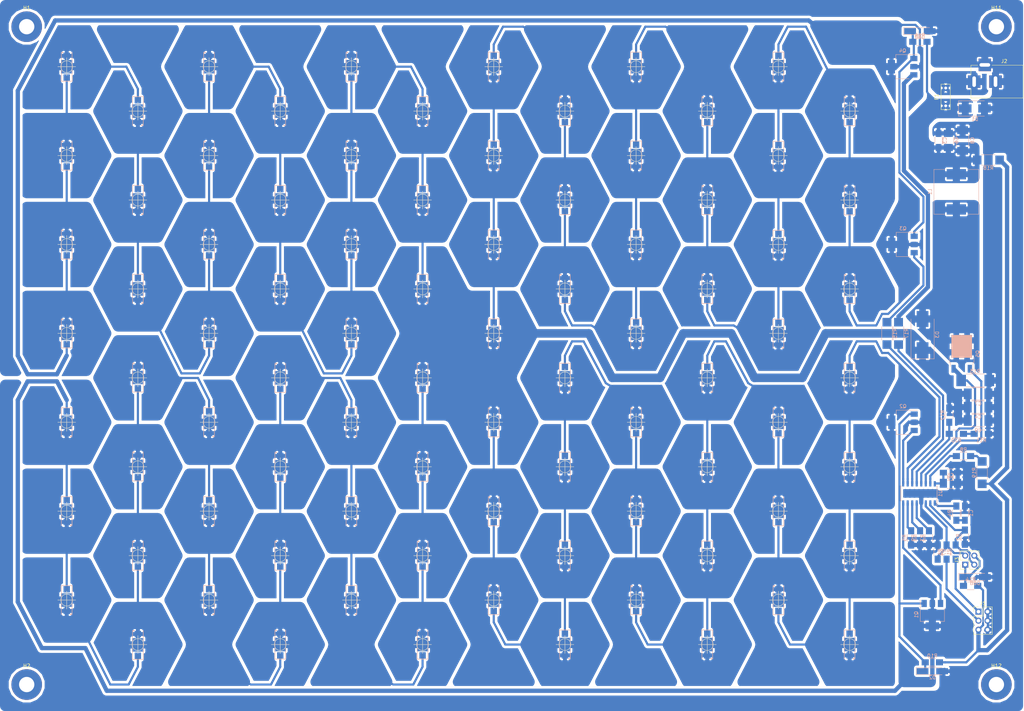
<source format=kicad_pcb>
(kicad_pcb (version 20171130) (host pcbnew "(5.1.5)-3")
  (layers (0 F.Cu signal) (31 B.Cu signal) (34 B.Paste user hide) (35 F.Paste user) (36 B.SilkS user) (37 F.SilkS user) (38 B.Mask user hide) (39 F.Mask user) (44 Edge.Cuts user))
  (net 0 "")
  (net 1 GND)
  (net 2 "Net-(C1-Pad1)")
  (net 3 /SMPS/VREG)
  (net 4 +12V)
  (net 5 /LED/A)
  (net 6 "Net-(D2-Pad1)")
  (net 7 "Net-(D3-Pad2)")
  (net 8 "Net-(D4-Pad1)")
  (net 9 "Net-(D5-Pad1)")
  (net 10 "Net-(D10-Pad2)")
  (net 11 "Net-(D11-Pad2)")
  (net 12 "Net-(D12-Pad2)")
  (net 13 "Net-(D13-Pad2)")
  (net 14 "Net-(D10-Pad1)")
  (net 15 "Net-(D11-Pad1)")
  (net 16 "Net-(D12-Pad1)")
  (net 17 "Net-(D13-Pad1)")
  (net 18 "Net-(D14-Pad1)")
  (net 19 "Net-(D15-Pad1)")
  (net 20 "Net-(D16-Pad1)")
  (net 21 "Net-(D17-Pad1)")
  (net 22 "Net-(D18-Pad1)")
  (net 23 "Net-(D19-Pad1)")
  (net 24 "Net-(D20-Pad1)")
  (net 25 "Net-(D21-Pad1)")
  (net 26 "Net-(D22-Pad1)")
  (net 27 "Net-(D23-Pad1)")
  (net 28 "Net-(D24-Pad1)")
  (net 29 "Net-(D25-Pad1)")
  (net 30 "Net-(D26-Pad1)")
  (net 31 "Net-(D27-Pad1)")
  (net 32 "Net-(D28-Pad1)")
  (net 33 "Net-(D29-Pad1)")
  (net 34 "Net-(D30-Pad1)")
  (net 35 "Net-(D31-Pad1)")
  (net 36 "Net-(D32-Pad1)")
  (net 37 "Net-(D33-Pad1)")
  (net 38 "Net-(D34-Pad1)")
  (net 39 "Net-(D35-Pad1)")
  (net 40 "Net-(D36-Pad1)")
  (net 41 "Net-(D37-Pad1)")
  (net 42 "Net-(D38-Pad1)")
  (net 43 "Net-(D39-Pad1)")
  (net 44 "Net-(D40-Pad1)")
  (net 45 "Net-(D41-Pad1)")
  (net 46 "Net-(D42-Pad1)")
  (net 47 "Net-(D43-Pad1)")
  (net 48 "Net-(D44-Pad1)")
  (net 49 "Net-(D45-Pad1)")
  (net 50 "Net-(D46-Pad1)")
  (net 51 "Net-(D47-Pad1)")
  (net 52 "Net-(D48-Pad1)")
  (net 53 "Net-(D49-Pad1)")
  (net 54 "Net-(D50-Pad1)")
  (net 55 "Net-(D51-Pad1)")
  (net 56 "Net-(D52-Pad1)")
  (net 57 "Net-(D53-Pad1)")
  (net 58 "Net-(D54-Pad1)")
  (net 59 "Net-(D55-Pad1)")
  (net 60 "Net-(D56-Pad1)")
  (net 61 "Net-(D57-Pad1)")
  (net 62 "Net-(D58-Pad1)")
  (net 63 "Net-(D59-Pad1)")
  (net 64 "Net-(D60-Pad1)")
  (net 65 "Net-(D61-Pad1)")
  (net 66 "Net-(D62-Pad1)")
  (net 67 "Net-(D63-Pad1)")
  (net 68 "Net-(D64-Pad1)")
  (net 69 "Net-(D65-Pad1)")
  (net 70 "Net-(D66-Pad1)")
  (net 71 "Net-(D67-Pad1)")
  (net 72 "Net-(D68-Pad1)")
  (net 73 "Net-(D69-Pad1)")
  (net 74 "Net-(D70-Pad1)")
  (net 75 "Net-(D71-Pad1)")
  (net 76 "Net-(D72-Pad1)")
  (net 77 "Net-(D73-Pad1)")
  (net 78 "Net-(D74-Pad1)")
  (net 79 "Net-(D75-Pad1)")
  (net 80 "Net-(D76-Pad1)")
  (net 81 "Net-(D77-Pad1)")
  (net 82 "Net-(D78-Pad1)")
  (net 83 "Net-(D79-Pad1)")
  (net 84 "Net-(D80-Pad1)")
  (net 85 "Net-(D81-Pad1)")
  (net 86 "Net-(D82-Pad1)")
  (net 87 "Net-(D83-Pad1)")
  (net 88 /LED/C1)
  (net 89 /LED/C2)
  (net 90 /LED/C3)
  (net 91 /LED/C4)
  (net 92 "Net-(F1-Pad2)")
  (net 93 /SMPS/DIM)
  (net 94 /SMPS/EN)
  (net 95 "Net-(Q1-Pad3)")
  (net 96 "Net-(Q2-Pad3)")
  (net 97 "Net-(Q3-Pad3)")
  (net 98 "Net-(Q4-Pad3)")
  (net 99 "Net-(Q5-Pad3)")
  (net 100 "Net-(Q5-Pad1)")
  (net 101 "Net-(R3-Pad1)")
  (net 102 "Net-(R4-Pad1)")
  (net 103 "Net-(R5-Pad1)")
  (net 104 "Net-(R8-Pad2)")
  (net 105 "Net-(R9-Pad1)")
  (net 106 "Net-(R11-Pad1)")
  (net 107 "Net-(D90-Pad1)")
  (net 108 "Net-(D88-Pad1)")
  (net 109 "Net-(J1-Pad3)")
  (net 110 "Net-(J1-Pad1)")
  (net 111 "Net-(R15-Pad1)")
  (net 112 "Net-(R17-Pad1)")
  (net 113 /SMPS/VIN)
  (net 114 "Net-(R12-Pad2)")
  (net 115 /SMPS/VMOSA)
  (module mod:D_LED_5730 (layer B.Cu) (at 63.75 123.75)
    (fp_text reference D59)
    (fp_text value LED)
    (pad 2 smd rect (at 0 0) (size 3.2 3.8) (layers B.Cu) (net 59 "Net-(D55-Pad1)"))
    (pad 2 smd rect (at 0 3.05) (size 1.8 1.8) (layers B.Cu B.Paste B.Mask) (net 59 "Net-(D55-Pad1)"))
    (pad 1 smd rect (at 0 -3.05) (size 1.8 1.8) (layers B.Cu B.Paste B.Mask) (net 63 "Net-(D59-Pad1)"))
  )
  (module mod:D_LED_5730 (layer B.Cu) (at 123.75 86.25)
    (fp_text reference D4)
    (fp_text value LED)
    (pad 2 smd rect (at 0 0) (size 3.2 3.8) (layers B.Cu) (net 5 /LED/A))
    (pad 2 smd rect (at 0 3.05) (size 1.8 1.8) (layers B.Cu B.Paste B.Mask) (net 5 /LED/A))
    (pad 1 smd rect (at 0 -3.05) (size 1.8 1.8) (layers B.Cu B.Paste B.Mask) (net 8 "Net-(D4-Pad1)"))
  )
  (module mod:D_LED_5730 (layer B.Cu) (at 143.75 98.75)
    (fp_text reference D5)
    (fp_text value LED)
    (pad 2 smd rect (at 0 0) (size 3.2 3.8) (layers B.Cu) (net 5 /LED/A))
    (pad 2 smd rect (at 0 3.05) (size 1.8 1.8) (layers B.Cu B.Paste B.Mask) (net 5 /LED/A))
    (pad 1 smd rect (at 0 -3.05) (size 1.8 1.8) (layers B.Cu B.Paste B.Mask) (net 9 "Net-(D5-Pad1)"))
  )
  (module mod:D_LED_5730 (layer B.Cu) (at 143.75 123.75 180)
    (fp_text reference D6)
    (fp_text value LED)
    (pad 2 smd rect (at 0 0 180) (size 3.2 3.8) (layers B.Cu) (net 5 /LED/A))
    (pad 2 smd rect (at 0 3.05 180) (size 1.8 1.8) (layers B.Cu B.Paste B.Mask) (net 5 /LED/A))
    (pad 1 smd rect (at 0 -3.05 180) (size 1.8 1.8) (layers B.Cu B.Paste B.Mask) (net 10 "Net-(D10-Pad2)"))
  )
  (module mod:D_LED_5730 (layer B.Cu) (at 123.75 111.25 180)
    (fp_text reference D7)
    (fp_text value LED)
    (pad 2 smd rect (at 0 0 180) (size 3.2 3.8) (layers B.Cu) (net 5 /LED/A))
    (pad 2 smd rect (at 0 3.05 180) (size 1.8 1.8) (layers B.Cu B.Paste B.Mask) (net 5 /LED/A))
    (pad 1 smd rect (at 0 -3.05 180) (size 1.8 1.8) (layers B.Cu B.Paste B.Mask) (net 11 "Net-(D11-Pad2)"))
  )
  (module mod:D_LED_5730 (layer B.Cu) (at 123.75 61.25)
    (fp_text reference D8)
    (fp_text value LED)
    (pad 2 smd rect (at 0 0) (size 3.2 3.8) (layers B.Cu) (net 8 "Net-(D4-Pad1)"))
    (pad 2 smd rect (at 0 3.05) (size 1.8 1.8) (layers B.Cu B.Paste B.Mask) (net 8 "Net-(D4-Pad1)"))
    (pad 1 smd rect (at 0 -3.05) (size 1.8 1.8) (layers B.Cu B.Paste B.Mask) (net 12 "Net-(D12-Pad2)"))
  )
  (module mod:D_LED_5730 (layer B.Cu) (at 143.75 73.75)
    (fp_text reference D9)
    (fp_text value LED)
    (pad 2 smd rect (at 0 0) (size 3.2 3.8) (layers B.Cu) (net 9 "Net-(D5-Pad1)"))
    (pad 2 smd rect (at 0 3.05) (size 1.8 1.8) (layers B.Cu B.Paste B.Mask) (net 9 "Net-(D5-Pad1)"))
    (pad 1 smd rect (at 0 -3.05) (size 1.8 1.8) (layers B.Cu B.Paste B.Mask) (net 13 "Net-(D13-Pad2)"))
  )
  (module mod:D_LED_5730 (layer B.Cu) (at 143.75 148.75 180)
    (fp_text reference D10)
    (fp_text value LED)
    (pad 2 smd rect (at 0 0 180) (size 3.2 3.8) (layers B.Cu) (net 10 "Net-(D10-Pad2)"))
    (pad 2 smd rect (at 0 3.05 180) (size 1.8 1.8) (layers B.Cu B.Paste B.Mask) (net 10 "Net-(D10-Pad2)"))
    (pad 1 smd rect (at 0 -3.05 180) (size 1.8 1.8) (layers B.Cu B.Paste B.Mask) (net 14 "Net-(D10-Pad1)"))
  )
  (module mod:D_LED_5730 (layer B.Cu) (at 123.75 136.25 180)
    (fp_text reference D11)
    (fp_text value LED)
    (pad 2 smd rect (at 0 0 180) (size 3.2 3.8) (layers B.Cu) (net 11 "Net-(D11-Pad2)"))
    (pad 2 smd rect (at 0 3.05 180) (size 1.8 1.8) (layers B.Cu B.Paste B.Mask) (net 11 "Net-(D11-Pad2)"))
    (pad 1 smd rect (at 0 -3.05 180) (size 1.8 1.8) (layers B.Cu B.Paste B.Mask) (net 15 "Net-(D11-Pad1)"))
  )
  (module mod:D_LED_5730 (layer B.Cu) (at 123.75 36.25)
    (fp_text reference D12)
    (fp_text value LED)
    (pad 2 smd rect (at 0 0) (size 3.2 3.8) (layers B.Cu) (net 12 "Net-(D12-Pad2)"))
    (pad 2 smd rect (at 0 3.05) (size 1.8 1.8) (layers B.Cu B.Paste B.Mask) (net 12 "Net-(D12-Pad2)"))
    (pad 1 smd rect (at 0 -3.05) (size 1.8 1.8) (layers B.Cu B.Paste B.Mask) (net 16 "Net-(D12-Pad1)"))
  )
  (module mod:D_LED_5730 (layer B.Cu) (at 143.75 48.75)
    (fp_text reference D13)
    (fp_text value LED)
    (pad 2 smd rect (at 0 0) (size 3.2 3.8) (layers B.Cu) (net 13 "Net-(D13-Pad2)"))
    (pad 2 smd rect (at 0 3.05) (size 1.8 1.8) (layers B.Cu B.Paste B.Mask) (net 13 "Net-(D13-Pad2)"))
    (pad 1 smd rect (at 0 -3.05) (size 1.8 1.8) (layers B.Cu B.Paste B.Mask) (net 17 "Net-(D13-Pad1)"))
  )
  (module mod:D_LED_5730 (layer B.Cu) (at 143.75 173.75 180)
    (fp_text reference D14)
    (fp_text value LED)
    (pad 2 smd rect (at 0 0 180) (size 3.2 3.8) (layers B.Cu) (net 14 "Net-(D10-Pad1)"))
    (pad 2 smd rect (at 0 3.05 180) (size 1.8 1.8) (layers B.Cu B.Paste B.Mask) (net 14 "Net-(D10-Pad1)"))
    (pad 1 smd rect (at 0 -3.05 180) (size 1.8 1.8) (layers B.Cu B.Paste B.Mask) (net 18 "Net-(D14-Pad1)"))
  )
  (module mod:D_LED_5730 (layer B.Cu) (at 123.75 161.25 180)
    (fp_text reference D15)
    (fp_text value LED)
    (pad 2 smd rect (at 0 0 180) (size 3.2 3.8) (layers B.Cu) (net 15 "Net-(D11-Pad1)"))
    (pad 2 smd rect (at 0 3.05 180) (size 1.8 1.8) (layers B.Cu B.Paste B.Mask) (net 15 "Net-(D11-Pad1)"))
    (pad 1 smd rect (at 0 -3.05 180) (size 1.8 1.8) (layers B.Cu B.Paste B.Mask) (net 19 "Net-(D15-Pad1)"))
  )
  (module mod:D_LED_5730 (layer B.Cu) (at 103.75 23.75 180)
    (fp_text reference D16)
    (fp_text value LED)
    (pad 2 smd rect (at 0 0 180) (size 3.2 3.8) (layers B.Cu) (net 16 "Net-(D12-Pad1)"))
    (pad 2 smd rect (at 0 3.05 180) (size 1.8 1.8) (layers B.Cu B.Paste B.Mask) (net 16 "Net-(D12-Pad1)"))
    (pad 1 smd rect (at 0 -3.05 180) (size 1.8 1.8) (layers B.Cu B.Paste B.Mask) (net 20 "Net-(D16-Pad1)"))
  )
  (module mod:D_LED_5730 (layer B.Cu) (at 143.75 23.75)
    (fp_text reference D17)
    (fp_text value LED)
    (pad 2 smd rect (at 0 0) (size 3.2 3.8) (layers B.Cu) (net 17 "Net-(D13-Pad1)"))
    (pad 2 smd rect (at 0 3.05) (size 1.8 1.8) (layers B.Cu B.Paste B.Mask) (net 17 "Net-(D13-Pad1)"))
    (pad 1 smd rect (at 0 -3.05) (size 1.8 1.8) (layers B.Cu B.Paste B.Mask) (net 21 "Net-(D17-Pad1)"))
  )
  (module mod:D_LED_5730 (layer B.Cu) (at 163.75 186.25)
    (fp_text reference D18)
    (fp_text value LED)
    (pad 2 smd rect (at 0 0) (size 3.2 3.8) (layers B.Cu) (net 18 "Net-(D14-Pad1)"))
    (pad 2 smd rect (at 0 3.05) (size 1.8 1.8) (layers B.Cu B.Paste B.Mask) (net 18 "Net-(D14-Pad1)"))
    (pad 1 smd rect (at 0 -3.05) (size 1.8 1.8) (layers B.Cu B.Paste B.Mask) (net 22 "Net-(D18-Pad1)"))
  )
  (module mod:D_LED_5730 (layer B.Cu) (at 123.75 186.25 180)
    (fp_text reference D19)
    (fp_text value LED)
    (pad 2 smd rect (at 0 0 180) (size 3.2 3.8) (layers B.Cu) (net 19 "Net-(D15-Pad1)"))
    (pad 2 smd rect (at 0 3.05 180) (size 1.8 1.8) (layers B.Cu B.Paste B.Mask) (net 19 "Net-(D15-Pad1)"))
    (pad 1 smd rect (at 0 -3.05 180) (size 1.8 1.8) (layers B.Cu B.Paste B.Mask) (net 23 "Net-(D19-Pad1)"))
  )
  (module mod:D_LED_5730 (layer B.Cu) (at 103.75 48.75 180)
    (fp_text reference D20)
    (fp_text value LED)
    (pad 2 smd rect (at 0 0 180) (size 3.2 3.8) (layers B.Cu) (net 20 "Net-(D16-Pad1)"))
    (pad 2 smd rect (at 0 3.05 180) (size 1.8 1.8) (layers B.Cu B.Paste B.Mask) (net 20 "Net-(D16-Pad1)"))
    (pad 1 smd rect (at 0 -3.05 180) (size 1.8 1.8) (layers B.Cu B.Paste B.Mask) (net 24 "Net-(D20-Pad1)"))
  )
  (module mod:D_LED_5730 (layer B.Cu) (at 163.75 36.25 180)
    (fp_text reference D21)
    (fp_text value LED)
    (pad 2 smd rect (at 0 0 180) (size 3.2 3.8) (layers B.Cu) (net 21 "Net-(D17-Pad1)"))
    (pad 2 smd rect (at 0 3.05 180) (size 1.8 1.8) (layers B.Cu B.Paste B.Mask) (net 21 "Net-(D17-Pad1)"))
    (pad 1 smd rect (at 0 -3.05 180) (size 1.8 1.8) (layers B.Cu B.Paste B.Mask) (net 25 "Net-(D21-Pad1)"))
  )
  (module mod:D_LED_5730 (layer B.Cu) (at 163.75 161.25)
    (fp_text reference D22)
    (fp_text value LED)
    (pad 2 smd rect (at 0 0) (size 3.2 3.8) (layers B.Cu) (net 22 "Net-(D18-Pad1)"))
    (pad 2 smd rect (at 0 3.05) (size 1.8 1.8) (layers B.Cu B.Paste B.Mask) (net 22 "Net-(D18-Pad1)"))
    (pad 1 smd rect (at 0 -3.05) (size 1.8 1.8) (layers B.Cu B.Paste B.Mask) (net 26 "Net-(D22-Pad1)"))
  )
  (module mod:D_LED_5730 (layer B.Cu) (at 103.75 173.75)
    (fp_text reference D23)
    (fp_text value LED)
    (pad 2 smd rect (at 0 0) (size 3.2 3.8) (layers B.Cu) (net 23 "Net-(D19-Pad1)"))
    (pad 2 smd rect (at 0 3.05) (size 1.8 1.8) (layers B.Cu B.Paste B.Mask) (net 23 "Net-(D19-Pad1)"))
    (pad 1 smd rect (at 0 -3.05) (size 1.8 1.8) (layers B.Cu B.Paste B.Mask) (net 27 "Net-(D23-Pad1)"))
  )
  (module mod:D_LED_5730 (layer B.Cu) (at 103.75 73.75 180)
    (fp_text reference D24)
    (fp_text value LED)
    (pad 2 smd rect (at 0 0 180) (size 3.2 3.8) (layers B.Cu) (net 24 "Net-(D20-Pad1)"))
    (pad 2 smd rect (at 0 3.05 180) (size 1.8 1.8) (layers B.Cu B.Paste B.Mask) (net 24 "Net-(D20-Pad1)"))
    (pad 1 smd rect (at 0 -3.05 180) (size 1.8 1.8) (layers B.Cu B.Paste B.Mask) (net 28 "Net-(D24-Pad1)"))
  )
  (module mod:D_LED_5730 (layer B.Cu) (at 163.75 61.25 180)
    (fp_text reference D25)
    (fp_text value LED)
    (pad 2 smd rect (at 0 0 180) (size 3.2 3.8) (layers B.Cu) (net 25 "Net-(D21-Pad1)"))
    (pad 2 smd rect (at 0 3.05 180) (size 1.8 1.8) (layers B.Cu B.Paste B.Mask) (net 25 "Net-(D21-Pad1)"))
    (pad 1 smd rect (at 0 -3.05 180) (size 1.8 1.8) (layers B.Cu B.Paste B.Mask) (net 29 "Net-(D25-Pad1)"))
  )
  (module mod:D_LED_5730 (layer B.Cu) (at 163.75 136.25)
    (fp_text reference D26)
    (fp_text value LED)
    (pad 2 smd rect (at 0 0) (size 3.2 3.8) (layers B.Cu) (net 26 "Net-(D22-Pad1)"))
    (pad 2 smd rect (at 0 3.05) (size 1.8 1.8) (layers B.Cu B.Paste B.Mask) (net 26 "Net-(D22-Pad1)"))
    (pad 1 smd rect (at 0 -3.05) (size 1.8 1.8) (layers B.Cu B.Paste B.Mask) (net 30 "Net-(D26-Pad1)"))
  )
  (module mod:D_LED_5730 (layer B.Cu) (at 103.75 148.75)
    (fp_text reference D27)
    (fp_text value LED)
    (pad 2 smd rect (at 0 0) (size 3.2 3.8) (layers B.Cu) (net 27 "Net-(D23-Pad1)"))
    (pad 2 smd rect (at 0 3.05) (size 1.8 1.8) (layers B.Cu B.Paste B.Mask) (net 27 "Net-(D23-Pad1)"))
    (pad 1 smd rect (at 0 -3.05) (size 1.8 1.8) (layers B.Cu B.Paste B.Mask) (net 31 "Net-(D27-Pad1)"))
  )
  (module mod:D_LED_5730 (layer B.Cu) (at 103.75 98.75 180)
    (fp_text reference D28)
    (fp_text value LED)
    (pad 2 smd rect (at 0 0 180) (size 3.2 3.8) (layers B.Cu) (net 28 "Net-(D24-Pad1)"))
    (pad 2 smd rect (at 0 3.05 180) (size 1.8 1.8) (layers B.Cu B.Paste B.Mask) (net 28 "Net-(D24-Pad1)"))
    (pad 1 smd rect (at 0 -3.05 180) (size 1.8 1.8) (layers B.Cu B.Paste B.Mask) (net 32 "Net-(D28-Pad1)"))
  )
  (module mod:D_LED_5730 (layer B.Cu) (at 163.75 86.25 180)
    (fp_text reference D29)
    (fp_text value LED)
    (pad 2 smd rect (at 0 0 180) (size 3.2 3.8) (layers B.Cu) (net 29 "Net-(D25-Pad1)"))
    (pad 2 smd rect (at 0 3.05 180) (size 1.8 1.8) (layers B.Cu B.Paste B.Mask) (net 29 "Net-(D25-Pad1)"))
    (pad 1 smd rect (at 0 -3.05 180) (size 1.8 1.8) (layers B.Cu B.Paste B.Mask) (net 33 "Net-(D29-Pad1)"))
  )
  (module mod:D_LED_5730 (layer B.Cu) (at 163.75 111.25)
    (fp_text reference D30)
    (fp_text value LED)
    (pad 2 smd rect (at 0 0) (size 3.2 3.8) (layers B.Cu) (net 30 "Net-(D26-Pad1)"))
    (pad 2 smd rect (at 0 3.05) (size 1.8 1.8) (layers B.Cu B.Paste B.Mask) (net 30 "Net-(D26-Pad1)"))
    (pad 1 smd rect (at 0 -3.05) (size 1.8 1.8) (layers B.Cu B.Paste B.Mask) (net 34 "Net-(D30-Pad1)"))
  )
  (module mod:D_LED_5730 (layer B.Cu) (at 103.75 123.75)
    (fp_text reference D31)
    (fp_text value LED)
    (pad 2 smd rect (at 0 0) (size 3.2 3.8) (layers B.Cu) (net 31 "Net-(D27-Pad1)"))
    (pad 2 smd rect (at 0 3.05) (size 1.8 1.8) (layers B.Cu B.Paste B.Mask) (net 31 "Net-(D27-Pad1)"))
    (pad 1 smd rect (at 0 -3.05) (size 1.8 1.8) (layers B.Cu B.Paste B.Mask) (net 35 "Net-(D31-Pad1)"))
  )
  (module mod:D_LED_5730 (layer B.Cu) (at 83.75 86.25)
    (fp_text reference D32)
    (fp_text value LED)
    (pad 2 smd rect (at 0 0) (size 3.2 3.8) (layers B.Cu) (net 32 "Net-(D28-Pad1)"))
    (pad 2 smd rect (at 0 3.05) (size 1.8 1.8) (layers B.Cu B.Paste B.Mask) (net 32 "Net-(D28-Pad1)"))
    (pad 1 smd rect (at 0 -3.05) (size 1.8 1.8) (layers B.Cu B.Paste B.Mask) (net 36 "Net-(D32-Pad1)"))
  )
  (module mod:D_LED_5730 (layer B.Cu) (at 183.75 98.75)
    (fp_text reference D33)
    (fp_text value LED)
    (pad 2 smd rect (at 0 0) (size 3.2 3.8) (layers B.Cu) (net 33 "Net-(D29-Pad1)"))
    (pad 2 smd rect (at 0 3.05) (size 1.8 1.8) (layers B.Cu B.Paste B.Mask) (net 33 "Net-(D29-Pad1)"))
    (pad 1 smd rect (at 0 -3.05) (size 1.8 1.8) (layers B.Cu B.Paste B.Mask) (net 37 "Net-(D33-Pad1)"))
  )
  (module mod:D_LED_5730 (layer B.Cu) (at 183.75 123.75 180)
    (fp_text reference D34)
    (fp_text value LED)
    (pad 2 smd rect (at 0 0 180) (size 3.2 3.8) (layers B.Cu) (net 34 "Net-(D30-Pad1)"))
    (pad 2 smd rect (at 0 3.05 180) (size 1.8 1.8) (layers B.Cu B.Paste B.Mask) (net 34 "Net-(D30-Pad1)"))
    (pad 1 smd rect (at 0 -3.05 180) (size 1.8 1.8) (layers B.Cu B.Paste B.Mask) (net 38 "Net-(D34-Pad1)"))
  )
  (module mod:D_LED_5730 (layer B.Cu) (at 83.75 111.25 180)
    (fp_text reference D35)
    (fp_text value LED)
    (pad 2 smd rect (at 0 0 180) (size 3.2 3.8) (layers B.Cu) (net 35 "Net-(D31-Pad1)"))
    (pad 2 smd rect (at 0 3.05 180) (size 1.8 1.8) (layers B.Cu B.Paste B.Mask) (net 35 "Net-(D31-Pad1)"))
    (pad 1 smd rect (at 0 -3.05 180) (size 1.8 1.8) (layers B.Cu B.Paste B.Mask) (net 39 "Net-(D35-Pad1)"))
  )
  (module mod:D_LED_5730 (layer B.Cu) (at 83.75 61.25)
    (fp_text reference D36)
    (fp_text value LED)
    (pad 2 smd rect (at 0 0) (size 3.2 3.8) (layers B.Cu) (net 36 "Net-(D32-Pad1)"))
    (pad 2 smd rect (at 0 3.05) (size 1.8 1.8) (layers B.Cu B.Paste B.Mask) (net 36 "Net-(D32-Pad1)"))
    (pad 1 smd rect (at 0 -3.05) (size 1.8 1.8) (layers B.Cu B.Paste B.Mask) (net 40 "Net-(D36-Pad1)"))
  )
  (module mod:D_LED_5730 (layer B.Cu) (at 183.75 73.75)
    (fp_text reference D37)
    (fp_text value LED)
    (pad 2 smd rect (at 0 0) (size 3.2 3.8) (layers B.Cu) (net 37 "Net-(D33-Pad1)"))
    (pad 2 smd rect (at 0 3.05) (size 1.8 1.8) (layers B.Cu B.Paste B.Mask) (net 37 "Net-(D33-Pad1)"))
    (pad 1 smd rect (at 0 -3.05) (size 1.8 1.8) (layers B.Cu B.Paste B.Mask) (net 41 "Net-(D37-Pad1)"))
  )
  (module mod:D_LED_5730 (layer B.Cu) (at 183.75 148.75 180)
    (fp_text reference D38)
    (fp_text value LED)
    (pad 2 smd rect (at 0 0 180) (size 3.2 3.8) (layers B.Cu) (net 38 "Net-(D34-Pad1)"))
    (pad 2 smd rect (at 0 3.05 180) (size 1.8 1.8) (layers B.Cu B.Paste B.Mask) (net 38 "Net-(D34-Pad1)"))
    (pad 1 smd rect (at 0 -3.05 180) (size 1.8 1.8) (layers B.Cu B.Paste B.Mask) (net 42 "Net-(D38-Pad1)"))
  )
  (module mod:D_LED_5730 (layer B.Cu) (at 83.75 136.25 180)
    (fp_text reference D39)
    (fp_text value LED)
    (pad 2 smd rect (at 0 0 180) (size 3.2 3.8) (layers B.Cu) (net 39 "Net-(D35-Pad1)"))
    (pad 2 smd rect (at 0 3.05 180) (size 1.8 1.8) (layers B.Cu B.Paste B.Mask) (net 39 "Net-(D35-Pad1)"))
    (pad 1 smd rect (at 0 -3.05 180) (size 1.8 1.8) (layers B.Cu B.Paste B.Mask) (net 43 "Net-(D39-Pad1)"))
  )
  (module mod:D_LED_5730 (layer B.Cu) (at 83.75 36.25)
    (fp_text reference D40)
    (fp_text value LED)
    (pad 2 smd rect (at 0 0) (size 3.2 3.8) (layers B.Cu) (net 40 "Net-(D36-Pad1)"))
    (pad 2 smd rect (at 0 3.05) (size 1.8 1.8) (layers B.Cu B.Paste B.Mask) (net 40 "Net-(D36-Pad1)"))
    (pad 1 smd rect (at 0 -3.05) (size 1.8 1.8) (layers B.Cu B.Paste B.Mask) (net 44 "Net-(D40-Pad1)"))
  )
  (module mod:D_LED_5730 (layer B.Cu) (at 183.75 48.75)
    (fp_text reference D41)
    (fp_text value LED)
    (pad 2 smd rect (at 0 0) (size 3.2 3.8) (layers B.Cu) (net 41 "Net-(D37-Pad1)"))
    (pad 2 smd rect (at 0 3.05) (size 1.8 1.8) (layers B.Cu B.Paste B.Mask) (net 41 "Net-(D37-Pad1)"))
    (pad 1 smd rect (at 0 -3.05) (size 1.8 1.8) (layers B.Cu B.Paste B.Mask) (net 45 "Net-(D41-Pad1)"))
  )
  (module mod:D_LED_5730 (layer B.Cu) (at 183.75 173.75 180)
    (fp_text reference D42)
    (fp_text value LED)
    (pad 2 smd rect (at 0 0 180) (size 3.2 3.8) (layers B.Cu) (net 42 "Net-(D38-Pad1)"))
    (pad 2 smd rect (at 0 3.05 180) (size 1.8 1.8) (layers B.Cu B.Paste B.Mask) (net 42 "Net-(D38-Pad1)"))
    (pad 1 smd rect (at 0 -3.05 180) (size 1.8 1.8) (layers B.Cu B.Paste B.Mask) (net 46 "Net-(D42-Pad1)"))
  )
  (module mod:D_LED_5730 (layer B.Cu) (at 83.75 161.25 180)
    (fp_text reference D43)
    (fp_text value LED)
    (pad 2 smd rect (at 0 0 180) (size 3.2 3.8) (layers B.Cu) (net 43 "Net-(D39-Pad1)"))
    (pad 2 smd rect (at 0 3.05 180) (size 1.8 1.8) (layers B.Cu B.Paste B.Mask) (net 43 "Net-(D39-Pad1)"))
    (pad 1 smd rect (at 0 -3.05 180) (size 1.8 1.8) (layers B.Cu B.Paste B.Mask) (net 47 "Net-(D43-Pad1)"))
  )
  (module mod:D_LED_5730 (layer B.Cu) (at 63.75 23.75 180)
    (fp_text reference D44)
    (fp_text value LED)
    (pad 2 smd rect (at 0 0 180) (size 3.2 3.8) (layers B.Cu) (net 44 "Net-(D40-Pad1)"))
    (pad 2 smd rect (at 0 3.05 180) (size 1.8 1.8) (layers B.Cu B.Paste B.Mask) (net 44 "Net-(D40-Pad1)"))
    (pad 1 smd rect (at 0 -3.05 180) (size 1.8 1.8) (layers B.Cu B.Paste B.Mask) (net 48 "Net-(D44-Pad1)"))
  )
  (module mod:D_LED_5730 (layer B.Cu) (at 183.75 23.75)
    (fp_text reference D45)
    (fp_text value LED)
    (pad 2 smd rect (at 0 0) (size 3.2 3.8) (layers B.Cu) (net 45 "Net-(D41-Pad1)"))
    (pad 2 smd rect (at 0 3.05) (size 1.8 1.8) (layers B.Cu B.Paste B.Mask) (net 45 "Net-(D41-Pad1)"))
    (pad 1 smd rect (at 0 -3.05) (size 1.8 1.8) (layers B.Cu B.Paste B.Mask) (net 49 "Net-(D45-Pad1)"))
  )
  (module mod:D_LED_5730 (layer B.Cu) (at 203.75 186.25)
    (fp_text reference D46)
    (fp_text value LED)
    (pad 2 smd rect (at 0 0) (size 3.2 3.8) (layers B.Cu) (net 46 "Net-(D42-Pad1)"))
    (pad 2 smd rect (at 0 3.05) (size 1.8 1.8) (layers B.Cu B.Paste B.Mask) (net 46 "Net-(D42-Pad1)"))
    (pad 1 smd rect (at 0 -3.05) (size 1.8 1.8) (layers B.Cu B.Paste B.Mask) (net 50 "Net-(D46-Pad1)"))
  )
  (module mod:D_LED_5730 (layer B.Cu) (at 83.75 186.25 180)
    (fp_text reference D47)
    (fp_text value LED)
    (pad 2 smd rect (at 0 0 180) (size 3.2 3.8) (layers B.Cu) (net 47 "Net-(D43-Pad1)"))
    (pad 2 smd rect (at 0 3.05 180) (size 1.8 1.8) (layers B.Cu B.Paste B.Mask) (net 47 "Net-(D43-Pad1)"))
    (pad 1 smd rect (at 0 -3.05 180) (size 1.8 1.8) (layers B.Cu B.Paste B.Mask) (net 51 "Net-(D47-Pad1)"))
  )
  (module mod:D_LED_5730 (layer B.Cu) (at 63.75 48.75 180)
    (fp_text reference D48)
    (fp_text value LED)
    (pad 2 smd rect (at 0 0 180) (size 3.2 3.8) (layers B.Cu) (net 48 "Net-(D44-Pad1)"))
    (pad 2 smd rect (at 0 3.05 180) (size 1.8 1.8) (layers B.Cu B.Paste B.Mask) (net 48 "Net-(D44-Pad1)"))
    (pad 1 smd rect (at 0 -3.05 180) (size 1.8 1.8) (layers B.Cu B.Paste B.Mask) (net 52 "Net-(D48-Pad1)"))
  )
  (module mod:D_LED_5730 (layer B.Cu) (at 203.75 36.25 180)
    (fp_text reference D49)
    (fp_text value LED)
    (pad 2 smd rect (at 0 0 180) (size 3.2 3.8) (layers B.Cu) (net 49 "Net-(D45-Pad1)"))
    (pad 2 smd rect (at 0 3.05 180) (size 1.8 1.8) (layers B.Cu B.Paste B.Mask) (net 49 "Net-(D45-Pad1)"))
    (pad 1 smd rect (at 0 -3.05 180) (size 1.8 1.8) (layers B.Cu B.Paste B.Mask) (net 53 "Net-(D49-Pad1)"))
  )
  (module mod:D_LED_5730 (layer B.Cu) (at 203.75 161.25)
    (fp_text reference D50)
    (fp_text value LED)
    (pad 2 smd rect (at 0 0) (size 3.2 3.8) (layers B.Cu) (net 50 "Net-(D46-Pad1)"))
    (pad 2 smd rect (at 0 3.05) (size 1.8 1.8) (layers B.Cu B.Paste B.Mask) (net 50 "Net-(D46-Pad1)"))
    (pad 1 smd rect (at 0 -3.05) (size 1.8 1.8) (layers B.Cu B.Paste B.Mask) (net 54 "Net-(D50-Pad1)"))
  )
  (module mod:D_LED_5730 (layer B.Cu) (at 63.75 173.75)
    (fp_text reference D51)
    (fp_text value LED)
    (pad 2 smd rect (at 0 0) (size 3.2 3.8) (layers B.Cu) (net 51 "Net-(D47-Pad1)"))
    (pad 2 smd rect (at 0 3.05) (size 1.8 1.8) (layers B.Cu B.Paste B.Mask) (net 51 "Net-(D47-Pad1)"))
    (pad 1 smd rect (at 0 -3.05) (size 1.8 1.8) (layers B.Cu B.Paste B.Mask) (net 55 "Net-(D51-Pad1)"))
  )
  (module mod:D_LED_5730 (layer B.Cu) (at 63.75 73.75 180)
    (fp_text reference D52)
    (fp_text value LED)
    (pad 2 smd rect (at 0 0 180) (size 3.2 3.8) (layers B.Cu) (net 52 "Net-(D48-Pad1)"))
    (pad 2 smd rect (at 0 3.05 180) (size 1.8 1.8) (layers B.Cu B.Paste B.Mask) (net 52 "Net-(D48-Pad1)"))
    (pad 1 smd rect (at 0 -3.05 180) (size 1.8 1.8) (layers B.Cu B.Paste B.Mask) (net 56 "Net-(D52-Pad1)"))
  )
  (module mod:D_LED_5730 (layer B.Cu) (at 203.75 61.25 180)
    (fp_text reference D53)
    (fp_text value LED)
    (pad 2 smd rect (at 0 0 180) (size 3.2 3.8) (layers B.Cu) (net 53 "Net-(D49-Pad1)"))
    (pad 2 smd rect (at 0 3.05 180) (size 1.8 1.8) (layers B.Cu B.Paste B.Mask) (net 53 "Net-(D49-Pad1)"))
    (pad 1 smd rect (at 0 -3.05 180) (size 1.8 1.8) (layers B.Cu B.Paste B.Mask) (net 57 "Net-(D53-Pad1)"))
  )
  (module mod:D_LED_5730 (layer B.Cu) (at 203.75 136.35)
    (fp_text reference D54)
    (fp_text value LED)
    (pad 2 smd rect (at 0 0) (size 3.2 3.8) (layers B.Cu) (net 54 "Net-(D50-Pad1)"))
    (pad 2 smd rect (at 0 3.05) (size 1.8 1.8) (layers B.Cu B.Paste B.Mask) (net 54 "Net-(D50-Pad1)"))
    (pad 1 smd rect (at 0 -3.05) (size 1.8 1.8) (layers B.Cu B.Paste B.Mask) (net 58 "Net-(D54-Pad1)"))
  )
  (module mod:D_LED_5730 (layer B.Cu) (at 63.75 148.75)
    (fp_text reference D55)
    (fp_text value LED)
    (pad 2 smd rect (at 0 0) (size 3.2 3.8) (layers B.Cu) (net 55 "Net-(D51-Pad1)"))
    (pad 2 smd rect (at 0 3.05) (size 1.8 1.8) (layers B.Cu B.Paste B.Mask) (net 55 "Net-(D51-Pad1)"))
    (pad 1 smd rect (at 0 -3.05) (size 1.8 1.8) (layers B.Cu B.Paste B.Mask) (net 59 "Net-(D55-Pad1)"))
  )
  (module mod:D_LED_5730 (layer B.Cu) (at 63.75 98.75 180)
    (fp_text reference D56)
    (fp_text value LED)
    (pad 2 smd rect (at 0 0 180) (size 3.2 3.8) (layers B.Cu) (net 56 "Net-(D52-Pad1)"))
    (pad 2 smd rect (at 0 3.05 180) (size 1.8 1.8) (layers B.Cu B.Paste B.Mask) (net 56 "Net-(D52-Pad1)"))
    (pad 1 smd rect (at 0 -3.05 180) (size 1.8 1.8) (layers B.Cu B.Paste B.Mask) (net 60 "Net-(D56-Pad1)"))
  )
  (module mod:D_LED_5730 (layer B.Cu) (at 203.75 86.25 180)
    (fp_text reference D57)
    (fp_text value LED)
    (pad 2 smd rect (at 0 0 180) (size 3.2 3.8) (layers B.Cu) (net 57 "Net-(D53-Pad1)"))
    (pad 2 smd rect (at 0 3.05 180) (size 1.8 1.8) (layers B.Cu B.Paste B.Mask) (net 57 "Net-(D53-Pad1)"))
    (pad 1 smd rect (at 0 -3.05 180) (size 1.8 1.8) (layers B.Cu B.Paste B.Mask) (net 61 "Net-(D57-Pad1)"))
  )
  (module mod:D_LED_5730 (layer B.Cu) (at 203.75 111.25)
    (fp_text reference D58)
    (fp_text value LED)
    (pad 2 smd rect (at 0 0) (size 3.2 3.8) (layers B.Cu) (net 58 "Net-(D54-Pad1)"))
    (pad 2 smd rect (at 0 3.05) (size 1.8 1.8) (layers B.Cu B.Paste B.Mask) (net 58 "Net-(D54-Pad1)"))
    (pad 1 smd rect (at 0 -3.05) (size 1.8 1.8) (layers B.Cu B.Paste B.Mask) (net 62 "Net-(D58-Pad1)"))
  )
  (module mod:D_LED_5730 (layer B.Cu) (at 43.75 86.25)
    (fp_text reference D60)
    (fp_text value LED)
    (pad 2 smd rect (at 0 0) (size 3.2 3.8) (layers B.Cu) (net 60 "Net-(D56-Pad1)"))
    (pad 2 smd rect (at 0 3.05) (size 1.8 1.8) (layers B.Cu B.Paste B.Mask) (net 60 "Net-(D56-Pad1)"))
    (pad 1 smd rect (at 0 -3.05) (size 1.8 1.8) (layers B.Cu B.Paste B.Mask) (net 64 "Net-(D60-Pad1)"))
  )
  (module mod:D_LED_5730 (layer B.Cu) (at 223.75 98.85)
    (fp_text reference D61)
    (fp_text value LED)
    (pad 2 smd rect (at 0 0) (size 3.2 3.8) (layers B.Cu) (net 61 "Net-(D57-Pad1)"))
    (pad 2 smd rect (at 0 3.05) (size 1.8 1.8) (layers B.Cu B.Paste B.Mask) (net 61 "Net-(D57-Pad1)"))
    (pad 1 smd rect (at 0 -3.05) (size 1.8 1.8) (layers B.Cu B.Paste B.Mask) (net 65 "Net-(D61-Pad1)"))
  )
  (module mod:D_LED_5730 (layer B.Cu) (at 223.75 123.75 180)
    (fp_text reference D62)
    (fp_text value LED)
    (pad 2 smd rect (at 0 0 180) (size 3.2 3.8) (layers B.Cu) (net 62 "Net-(D58-Pad1)"))
    (pad 2 smd rect (at 0 3.05 180) (size 1.8 1.8) (layers B.Cu B.Paste B.Mask) (net 62 "Net-(D58-Pad1)"))
    (pad 1 smd rect (at 0 -3.05 180) (size 1.8 1.8) (layers B.Cu B.Paste B.Mask) (net 66 "Net-(D62-Pad1)"))
  )
  (module mod:D_LED_5730 (layer B.Cu) (at 43.75 111.15 180)
    (fp_text reference D63)
    (fp_text value LED)
    (pad 2 smd rect (at 0 0 180) (size 3.2 3.8) (layers B.Cu) (net 63 "Net-(D59-Pad1)"))
    (pad 2 smd rect (at 0 3.05 180) (size 1.8 1.8) (layers B.Cu B.Paste B.Mask) (net 63 "Net-(D59-Pad1)"))
    (pad 1 smd rect (at 0 -3.05 180) (size 1.8 1.8) (layers B.Cu B.Paste B.Mask) (net 67 "Net-(D63-Pad1)"))
  )
  (module mod:D_LED_5730 (layer B.Cu) (at 43.75 61.25)
    (fp_text reference D64)
    (fp_text value LED)
    (pad 2 smd rect (at 0 0) (size 3.2 3.8) (layers B.Cu) (net 64 "Net-(D60-Pad1)"))
    (pad 2 smd rect (at 0 3.05) (size 1.8 1.8) (layers B.Cu B.Paste B.Mask) (net 64 "Net-(D60-Pad1)"))
    (pad 1 smd rect (at 0 -3.05) (size 1.8 1.8) (layers B.Cu B.Paste B.Mask) (net 68 "Net-(D64-Pad1)"))
  )
  (module mod:D_LED_5730 (layer B.Cu) (at 223.75 73.85)
    (fp_text reference D65)
    (fp_text value LED)
    (pad 2 smd rect (at 0 0) (size 3.2 3.8) (layers B.Cu) (net 65 "Net-(D61-Pad1)"))
    (pad 2 smd rect (at 0 3.05) (size 1.8 1.8) (layers B.Cu B.Paste B.Mask) (net 65 "Net-(D61-Pad1)"))
    (pad 1 smd rect (at 0 -3.05) (size 1.8 1.8) (layers B.Cu B.Paste B.Mask) (net 69 "Net-(D65-Pad1)"))
  )
  (module mod:D_LED_5730 (layer B.Cu) (at 223.75 148.75 180)
    (fp_text reference D66)
    (fp_text value LED)
    (pad 2 smd rect (at 0 0 180) (size 3.2 3.8) (layers B.Cu) (net 66 "Net-(D62-Pad1)"))
    (pad 2 smd rect (at 0 3.05 180) (size 1.8 1.8) (layers B.Cu B.Paste B.Mask) (net 66 "Net-(D62-Pad1)"))
    (pad 1 smd rect (at 0 -3.05 180) (size 1.8 1.8) (layers B.Cu B.Paste B.Mask) (net 70 "Net-(D66-Pad1)"))
  )
  (module mod:D_LED_5730 (layer B.Cu) (at 43.75 136.15 180)
    (fp_text reference D67)
    (fp_text value LED)
    (pad 2 smd rect (at 0 0 180) (size 3.2 3.8) (layers B.Cu) (net 67 "Net-(D63-Pad1)"))
    (pad 2 smd rect (at 0 3.05 180) (size 1.8 1.8) (layers B.Cu B.Paste B.Mask) (net 67 "Net-(D63-Pad1)"))
    (pad 1 smd rect (at 0 -3.05 180) (size 1.8 1.8) (layers B.Cu B.Paste B.Mask) (net 71 "Net-(D67-Pad1)"))
  )
  (module mod:D_LED_5730 (layer B.Cu) (at 43.75 36.25)
    (fp_text reference D68)
    (fp_text value LED)
    (pad 2 smd rect (at 0 0) (size 3.2 3.8) (layers B.Cu) (net 68 "Net-(D64-Pad1)"))
    (pad 2 smd rect (at 0 3.05) (size 1.8 1.8) (layers B.Cu B.Paste B.Mask) (net 68 "Net-(D64-Pad1)"))
    (pad 1 smd rect (at 0 -3.05) (size 1.8 1.8) (layers B.Cu B.Paste B.Mask) (net 72 "Net-(D68-Pad1)"))
  )
  (module mod:D_LED_5730 (layer B.Cu) (at 223.75 48.85)
    (fp_text reference D69)
    (fp_text value LED)
    (pad 2 smd rect (at 0 0) (size 3.2 3.8) (layers B.Cu) (net 69 "Net-(D65-Pad1)"))
    (pad 2 smd rect (at 0 3.05) (size 1.8 1.8) (layers B.Cu B.Paste B.Mask) (net 69 "Net-(D65-Pad1)"))
    (pad 1 smd rect (at 0 -3.05) (size 1.8 1.8) (layers B.Cu B.Paste B.Mask) (net 73 "Net-(D69-Pad1)"))
  )
  (module mod:D_LED_5730 (layer B.Cu) (at 223.75 173.75 180)
    (fp_text reference D70)
    (fp_text value LED)
    (pad 2 smd rect (at 0 0 180) (size 3.2 3.8) (layers B.Cu) (net 70 "Net-(D66-Pad1)"))
    (pad 2 smd rect (at 0 3.05 180) (size 1.8 1.8) (layers B.Cu B.Paste B.Mask) (net 70 "Net-(D66-Pad1)"))
    (pad 1 smd rect (at 0 -3.05 180) (size 1.8 1.8) (layers B.Cu B.Paste B.Mask) (net 74 "Net-(D70-Pad1)"))
  )
  (module mod:D_LED_5730 (layer B.Cu) (at 43.75 161.25 180)
    (fp_text reference D71)
    (fp_text value LED)
    (pad 2 smd rect (at 0 0 180) (size 3.2 3.8) (layers B.Cu) (net 71 "Net-(D67-Pad1)"))
    (pad 2 smd rect (at 0 3.05 180) (size 1.8 1.8) (layers B.Cu B.Paste B.Mask) (net 71 "Net-(D67-Pad1)"))
    (pad 1 smd rect (at 0 -3.05 180) (size 1.8 1.8) (layers B.Cu B.Paste B.Mask) (net 75 "Net-(D71-Pad1)"))
  )
  (module mod:D_LED_5730 (layer B.Cu) (at 23.75 23.75 180)
    (fp_text reference D72)
    (fp_text value LED)
    (pad 2 smd rect (at 0 0 180) (size 3.2 3.8) (layers B.Cu) (net 72 "Net-(D68-Pad1)"))
    (pad 2 smd rect (at 0 3.05 180) (size 1.8 1.8) (layers B.Cu B.Paste B.Mask) (net 72 "Net-(D68-Pad1)"))
    (pad 1 smd rect (at 0 -3.05 180) (size 1.8 1.8) (layers B.Cu B.Paste B.Mask) (net 76 "Net-(D72-Pad1)"))
  )
  (module mod:D_LED_5730 (layer B.Cu) (at 223.75 23.75)
    (fp_text reference D73)
    (fp_text value LED)
    (pad 2 smd rect (at 0 0) (size 3.2 3.8) (layers B.Cu) (net 73 "Net-(D69-Pad1)"))
    (pad 2 smd rect (at 0 3.05) (size 1.8 1.8) (layers B.Cu B.Paste B.Mask) (net 73 "Net-(D69-Pad1)"))
    (pad 1 smd rect (at 0 -3.05) (size 1.8 1.8) (layers B.Cu B.Paste B.Mask) (net 77 "Net-(D73-Pad1)"))
  )
  (module mod:D_LED_5730 (layer B.Cu) (at 243.75 186.25)
    (fp_text reference D74)
    (fp_text value LED)
    (pad 2 smd rect (at 0 0) (size 3.2 3.8) (layers B.Cu) (net 74 "Net-(D70-Pad1)"))
    (pad 2 smd rect (at 0 3.05) (size 1.8 1.8) (layers B.Cu B.Paste B.Mask) (net 74 "Net-(D70-Pad1)"))
    (pad 1 smd rect (at 0 -3.05) (size 1.8 1.8) (layers B.Cu B.Paste B.Mask) (net 78 "Net-(D74-Pad1)"))
  )
  (module mod:D_LED_5730 (layer B.Cu) (at 43.75 186.35 180)
    (fp_text reference D75)
    (fp_text value LED)
    (pad 2 smd rect (at 0 0 180) (size 3.2 3.8) (layers B.Cu) (net 75 "Net-(D71-Pad1)"))
    (pad 2 smd rect (at 0 3.05 180) (size 1.8 1.8) (layers B.Cu B.Paste B.Mask) (net 75 "Net-(D71-Pad1)"))
    (pad 1 smd rect (at 0 -3.05 180) (size 1.8 1.8) (layers B.Cu B.Paste B.Mask) (net 79 "Net-(D75-Pad1)"))
  )
  (module mod:D_LED_5730 (layer B.Cu) (at 23.75 48.75 180)
    (fp_text reference D76)
    (fp_text value LED)
    (pad 2 smd rect (at 0 0 180) (size 3.2 3.8) (layers B.Cu) (net 76 "Net-(D72-Pad1)"))
    (pad 2 smd rect (at 0 3.05 180) (size 1.8 1.8) (layers B.Cu B.Paste B.Mask) (net 76 "Net-(D72-Pad1)"))
    (pad 1 smd rect (at 0 -3.05 180) (size 1.8 1.8) (layers B.Cu B.Paste B.Mask) (net 80 "Net-(D76-Pad1)"))
  )
  (module mod:D_LED_5730 (layer B.Cu) (at 243.75 36.25 180)
    (fp_text reference D77)
    (fp_text value LED)
    (pad 2 smd rect (at 0 0 180) (size 3.2 3.8) (layers B.Cu) (net 77 "Net-(D73-Pad1)"))
    (pad 2 smd rect (at 0 3.05 180) (size 1.8 1.8) (layers B.Cu B.Paste B.Mask) (net 77 "Net-(D73-Pad1)"))
    (pad 1 smd rect (at 0 -3.05 180) (size 1.8 1.8) (layers B.Cu B.Paste B.Mask) (net 81 "Net-(D77-Pad1)"))
  )
  (module mod:D_LED_5730 (layer B.Cu) (at 243.75 161.25)
    (fp_text reference D78)
    (fp_text value LED)
    (pad 2 smd rect (at 0 0) (size 3.2 3.8) (layers B.Cu) (net 78 "Net-(D74-Pad1)"))
    (pad 2 smd rect (at 0 3.05) (size 1.8 1.8) (layers B.Cu B.Paste B.Mask) (net 78 "Net-(D74-Pad1)"))
    (pad 1 smd rect (at 0 -3.05) (size 1.8 1.8) (layers B.Cu B.Paste B.Mask) (net 82 "Net-(D78-Pad1)"))
  )
  (module mod:D_LED_5730 (layer B.Cu) (at 23.75 173.75)
    (fp_text reference D79)
    (fp_text value LED)
    (pad 2 smd rect (at 0 0) (size 3.2 3.8) (layers B.Cu) (net 79 "Net-(D75-Pad1)"))
    (pad 2 smd rect (at 0 3.05) (size 1.8 1.8) (layers B.Cu B.Paste B.Mask) (net 79 "Net-(D75-Pad1)"))
    (pad 1 smd rect (at 0 -3.05) (size 1.8 1.8) (layers B.Cu B.Paste B.Mask) (net 83 "Net-(D79-Pad1)"))
  )
  (module mod:D_LED_5730 (layer B.Cu) (at 23.75 73.75 180)
    (fp_text reference D80)
    (fp_text value LED)
    (pad 2 smd rect (at 0 0 180) (size 3.2 3.8) (layers B.Cu) (net 80 "Net-(D76-Pad1)"))
    (pad 2 smd rect (at 0 3.05 180) (size 1.8 1.8) (layers B.Cu B.Paste B.Mask) (net 80 "Net-(D76-Pad1)"))
    (pad 1 smd rect (at 0 -3.05 180) (size 1.8 1.8) (layers B.Cu B.Paste B.Mask) (net 84 "Net-(D80-Pad1)"))
  )
  (module mod:D_LED_5730 (layer B.Cu) (at 243.75 61.35 180)
    (fp_text reference D81)
    (fp_text value LED)
    (pad 2 smd rect (at 0 0 180) (size 3.2 3.8) (layers B.Cu) (net 81 "Net-(D77-Pad1)"))
    (pad 2 smd rect (at 0 3.05 180) (size 1.8 1.8) (layers B.Cu B.Paste B.Mask) (net 81 "Net-(D77-Pad1)"))
    (pad 1 smd rect (at 0 -3.05 180) (size 1.8 1.8) (layers B.Cu B.Paste B.Mask) (net 85 "Net-(D81-Pad1)"))
  )
  (module mod:D_LED_5730 (layer B.Cu) (at 243.75 136.35)
    (fp_text reference D82)
    (fp_text value LED)
    (pad 2 smd rect (at 0 0) (size 3.2 3.8) (layers B.Cu) (net 82 "Net-(D78-Pad1)"))
    (pad 2 smd rect (at 0 3.05) (size 1.8 1.8) (layers B.Cu B.Paste B.Mask) (net 82 "Net-(D78-Pad1)"))
    (pad 1 smd rect (at 0 -3.05) (size 1.8 1.8) (layers B.Cu B.Paste B.Mask) (net 86 "Net-(D82-Pad1)"))
  )
  (module mod:D_LED_5730 (layer B.Cu) (at 23.75 148.75)
    (fp_text reference D83)
    (fp_text value LED)
    (pad 2 smd rect (at 0 0) (size 3.2 3.8) (layers B.Cu) (net 83 "Net-(D79-Pad1)"))
    (pad 2 smd rect (at 0 3.05) (size 1.8 1.8) (layers B.Cu B.Paste B.Mask) (net 83 "Net-(D79-Pad1)"))
    (pad 1 smd rect (at 0 -3.05) (size 1.8 1.8) (layers B.Cu B.Paste B.Mask) (net 87 "Net-(D83-Pad1)"))
  )
  (module mod:D_LED_5730 (layer B.Cu) (at 23.75 98.75 180)
    (fp_text reference D84)
    (fp_text value LED)
    (pad 2 smd rect (at 0 0 180) (size 3.2 3.8) (layers B.Cu) (net 84 "Net-(D80-Pad1)"))
    (pad 2 smd rect (at 0 3.05 180) (size 1.8 1.8) (layers B.Cu B.Paste B.Mask) (net 84 "Net-(D80-Pad1)"))
    (pad 1 smd rect (at 0 -3.05 180) (size 1.8 1.8) (layers B.Cu B.Paste B.Mask) (net 88 /LED/C1))
  )
  (module mod:D_LED_5730 (layer B.Cu) (at 243.75 86.25 180)
    (fp_text reference D85)
    (fp_text value LED)
    (pad 2 smd rect (at 0 0 180) (size 3.2 3.8) (layers B.Cu) (net 85 "Net-(D81-Pad1)"))
    (pad 2 smd rect (at 0 3.05 180) (size 1.8 1.8) (layers B.Cu B.Paste B.Mask) (net 85 "Net-(D81-Pad1)"))
    (pad 1 smd rect (at 0 -3.05 180) (size 1.8 1.8) (layers B.Cu B.Paste B.Mask) (net 89 /LED/C2))
  )
  (module mod:D_LED_5730 (layer B.Cu) (at 243.75 111.25)
    (fp_text reference D86)
    (fp_text value LED)
    (pad 2 smd rect (at 0 0) (size 3.2 3.8) (layers B.Cu) (net 86 "Net-(D82-Pad1)"))
    (pad 2 smd rect (at 0 3.05) (size 1.8 1.8) (layers B.Cu B.Paste B.Mask) (net 86 "Net-(D82-Pad1)"))
    (pad 1 smd rect (at 0 -3.05) (size 1.8 1.8) (layers B.Cu B.Paste B.Mask) (net 90 /LED/C3))
  )
  (module mod:D_LED_5730 (layer B.Cu) (at 23.75 123.75)
    (fp_text reference D87)
    (fp_text value LED)
    (pad 2 smd rect (at 0 0) (size 3.2 3.8) (layers B.Cu) (net 87 "Net-(D83-Pad1)"))
    (pad 2 smd rect (at 0 3.05) (size 1.8 1.8) (layers B.Cu B.Paste B.Mask) (net 87 "Net-(D83-Pad1)"))
    (pad 1 smd rect (at 0 -3.05) (size 1.8 1.8) (layers B.Cu B.Paste B.Mask) (net 91 /LED/C4))
  )
  (module TO_SOT_Packages_SMD:TO-252-2 (layer B.Cu) (at 275.25 104.5 90)
    (fp_text reference Q5 (at 0 4.5 90) (layer B.SilkS) (effects (justify mirror)))
    (fp_text value FDD120AN15A0)
    (pad 2 smd rect (at 0.425 -1.525 90) (size 3.05 2.75) (layers B.Cu B.Paste) (net 7 "Net-(D3-Pad2)"))
    (pad 2 smd rect (at 3.775 1.525 90) (size 3.05 2.75) (layers B.Cu B.Paste) (net 7 "Net-(D3-Pad2)"))
    (pad 2 smd rect (at 0.425 1.525 90) (size 3.05 2.75) (layers B.Cu B.Paste) (net 7 "Net-(D3-Pad2)"))
    (pad 2 smd rect (at 3.775 -1.525 90) (size 3.05 2.75) (layers B.Cu B.Paste) (net 7 "Net-(D3-Pad2)"))
    (pad 2 smd rect (at 2.1 0 90) (size 6.4 5.8) (layers B.SilkS) (net 7 "Net-(D3-Pad2)"))
    (pad 3 smd rect (at -4.2 -2.28 90) (size 2.2 1.2) (layers B.Cu B.Paste B.Mask) (net 99 "Net-(Q5-Pad3)"))
    (pad 1 smd rect (at -4.2 2.28 90) (size 2.2 1.2) (layers B.Cu B.Paste B.Mask) (net 100 "Net-(Q5-Pad1)"))
  )
  (module Capacitors_SMD:C_1210_HandSoldering (layer B.Cu) (at 272.1 140.9 180)
    (fp_text reference C5 (at 0 2.25 180) (layer B.SilkS) (effects (justify mirror)))
    (fp_text value 4.7u)
    (pad 2 smd rect (at 2 0 180) (size 2 2.5) (layers B.Cu B.Paste B.Mask) (net 3 /SMPS/VREG))
    (pad 1 smd rect (at -2 0 180) (size 2 2.5) (layers B.Cu B.Paste B.Mask) (net 1 GND))
  )
  (module Capacitors_SMD:C_1206_HandSoldering (layer B.Cu) (at 272.1 137.9)
    (fp_text reference C2 (at 0 1.75) (layer B.SilkS) (effects (justify mirror)))
    (fp_text value 220n)
    (pad 2 smd rect (at 2 0) (size 2 1.6) (layers B.Cu B.Paste B.Mask) (net 1 GND))
    (pad 1 smd rect (at -2 0) (size 2 1.6) (layers B.Cu B.Paste B.Mask) (net 3 /SMPS/VREG))
  )
  (module Resistors_SMD:R_1206_HandSoldering (layer B.Cu) (at 275.75 133.25 180)
    (fp_text reference R8 (at 0 1.85 180) (layer B.SilkS) (effects (justify mirror)))
    (fp_text value 4.7)
    (pad 1 smd rect (at -2 0 180) (size 2 1.7) (layers B.Cu B.Paste B.Mask) (net 113 /SMPS/VIN))
    (pad 2 smd rect (at 2 0 180) (size 2 1.7) (layers B.Cu B.Paste B.Mask) (net 104 "Net-(R8-Pad2)"))
  )
  (module Pin_Headers:Pin_Header_Straight_2x02_Pitch2.54mm (layer F.Cu) (at 276.25 163.79 90)
    (fp_text reference J3 (at 1.27 -2.33 90) (layer F.SilkS))
    (fp_text value Jmp)
    (pad 4 thru_hole oval (at 2.54 2.54 90) (size 1.7 1.7) (drill 1) (layers *.Cu *.Mask) (net 108 "Net-(D88-Pad1)"))
    (pad 3 thru_hole oval (at 0 2.54 90) (size 1.7 1.7) (drill 1) (layers *.Cu *.Mask) (net 94 /SMPS/EN))
    (pad 2 thru_hole oval (at 2.54 0 90) (size 1.7 1.7) (drill 1) (layers *.Cu *.Mask) (net 93 /SMPS/DIM))
    (pad 1 thru_hole rect (at 0 0 90) (size 1.7 1.7) (drill 1) (layers *.Cu *.Mask) (net 108 "Net-(D88-Pad1)"))
  )
  (module Diodes_SMD:D_MiniMELF_Handsoldering (layer B.Cu) (at 279 167.25)
    (fp_text reference D88 (at 0 1.75) (layer B.SilkS) (effects (justify mirror)))
    (fp_text value ZMM5V1)
    (pad 2 smd rect (at 2.75 0) (size 3.3 1.7) (layers B.Cu B.Paste B.Mask) (net 1 GND))
    (pad 1 smd rect (at -2.75 0) (size 3.3 1.7) (layers B.Cu B.Paste B.Mask) (net 108 "Net-(D88-Pad1)"))
  )
  (module Resistors_SMD:R_1206_HandSoldering (layer B.Cu) (at 276.15 156.05 270)
    (fp_text reference R2 (at 0 1.85 270) (layer B.SilkS) (effects (justify mirror)))
    (fp_text value 20k)
    (pad 2 smd rect (at 2 0 270) (size 2 1.7) (layers B.Cu B.Paste B.Mask) (net 1 GND))
    (pad 1 smd rect (at -2 0 270) (size 2 1.7) (layers B.Cu B.Paste B.Mask) (net 94 /SMPS/EN))
  )
  (module Capacitors_SMD:C_1206_HandSoldering (layer B.Cu) (at 276.15 149.3 90)
    (fp_text reference C1 (at 0 1.75 90) (layer B.SilkS) (effects (justify mirror)))
    (fp_text value 470n)
    (pad 2 smd rect (at 2 0 90) (size 2 1.6) (layers B.Cu B.Paste B.Mask) (net 1 GND))
    (pad 1 smd rect (at -2 0 90) (size 2 1.6) (layers B.Cu B.Paste B.Mask) (net 2 "Net-(C1-Pad1)"))
  )
  (module Capacitors_SMD:C_1206_HandSoldering (layer B.Cu) (at 268.75 44.5 90)
    (fp_text reference C3 (at 0 1.75 90) (layer B.SilkS) (effects (justify mirror)))
    (fp_text value 220n)
    (pad 1 smd rect (at -2 0 90) (size 2 1.6) (layers B.Cu B.Paste B.Mask) (net 4 +12V))
    (pad 2 smd rect (at 2 0 90) (size 2 1.6) (layers B.Cu B.Paste B.Mask) (net 1 GND))
  )
  (module Capacitors_SMD:C_1812_HandSoldering (layer B.Cu) (at 279.85 119.5)
    (fp_text reference C4 (at 0 2.75) (layer B.SilkS) (effects (justify mirror)))
    (fp_text value 470n)
    (pad 1 smd rect (at -2.9 0) (size 2.2 3) (layers B.Cu B.Paste B.Mask) (net 5 /LED/A))
    (pad 2 smd rect (at 2.9 0) (size 2.2 3) (layers B.Cu B.Paste B.Mask) (net 1 GND))
  )
  (module Capacitors_SMD:C_1210_HandSoldering (layer B.Cu) (at 271.5 44.5 90)
    (fp_text reference C6 (at 0 2.25 90) (layer B.SilkS) (effects (justify mirror)))
    (fp_text value 2.2u)
    (pad 1 smd rect (at -2 0 90) (size 2 2.5) (layers B.Cu B.Paste B.Mask) (net 4 +12V))
    (pad 2 smd rect (at 2 0 90) (size 2 2.5) (layers B.Cu B.Paste B.Mask) (net 1 GND))
  )
  (module Capacitors_SMD:C_1812_HandSoldering (layer B.Cu) (at 279.85 115.75)
    (fp_text reference C7 (at 0 2.75) (layer B.SilkS) (effects (justify mirror)))
    (fp_text value 4.7u)
    (pad 2 smd rect (at 2.9 0) (size 2.2 3) (layers B.Cu B.Paste B.Mask) (net 1 GND))
    (pad 1 smd rect (at -2.9 0) (size 2.2 3) (layers B.Cu B.Paste B.Mask) (net 5 /LED/A))
  )
  (module Capacitors_SMD:C_1812_HandSoldering (layer B.Cu) (at 275.5 44.5 90)
    (fp_text reference C8 (at 0 2.75 90) (layer B.SilkS) (effects (justify mirror)))
    (fp_text value 100u)
    (pad 2 smd rect (at 2.9 0 90) (size 2.2 3) (layers B.Cu B.Paste B.Mask) (net 1 GND))
    (pad 1 smd rect (at -2.9 0 90) (size 2.2 3) (layers B.Cu B.Paste B.Mask) (net 4 +12V))
  )
  (module Capacitors_SMD:C_1812_HandSoldering (layer B.Cu) (at 279.85 123.25)
    (fp_text reference C9 (at 0 2.75) (layer B.SilkS) (effects (justify mirror)))
    (fp_text value 22u)
    (pad 1 smd rect (at -2.9 0) (size 2.2 3) (layers B.Cu B.Paste B.Mask) (net 5 /LED/A))
    (pad 2 smd rect (at 2.9 0) (size 2.2 3) (layers B.Cu B.Paste B.Mask) (net 1 GND))
  )
  (module Diodes_SMD:D_SMB_Handsoldering (layer B.Cu) (at 278.95 35.5)
    (fp_text reference D1 (at 0 3) (layer B.SilkS) (effects (justify mirror)))
    (fp_text value SMBJ26CA)
    (pad 2 smd rect (at 2.7 0) (size 3.5 2.3) (layers B.Cu B.Paste B.Mask) (net 1 GND))
    (pad 1 smd rect (at -2.7 0) (size 3.5 2.3) (layers B.Cu B.Paste B.Mask) (net 4 +12V))
  )
  (module Diodes_SMD:D_MiniMELF_Handsoldering (layer B.Cu) (at 267 193.75)
    (fp_text reference D2 (at 0 1.75) (layer B.SilkS) (effects (justify mirror)))
    (fp_text value ZMM18)
    (pad 2 smd rect (at 2.75 0) (size 3.3 1.7) (layers B.Cu B.Paste B.Mask) (net 1 GND))
    (pad 1 smd rect (at -2.75 0) (size 3.3 1.7) (layers B.Cu B.Paste B.Mask) (net 6 "Net-(D2-Pad1)"))
  )
  (module Diodes_SMD:D_SMC_Handsoldering (layer B.Cu) (at 264.25 99.1 90)
    (fp_text reference D3 (at 0 4.1 90) (layer B.SilkS) (effects (justify mirror)))
    (fp_text value SS510)
    (pad 2 smd rect (at 4.4 0) (size 3.3 4.5) (layers B.Cu B.Paste B.Mask) (net 7 "Net-(D3-Pad2)"))
    (pad 1 smd rect (at -4.4 0) (size 3.3 4.5) (layers B.Cu B.Paste B.Mask) (net 5 /LED/A))
  )
  (module Capacitors_THT:C_Rect_L7.0mm_W2.5mm_P5.00mm (layer F.Cu) (at 270.75 34.75 90)
    (fp_text reference F1 (at 2.5 -2.56 90) (layer F.SilkS))
    (fp_text value Polyfuse)
    (pad 2 thru_hole circle (at 5 0 90) (size 1.6 1.6) (drill 0.8) (layers *.Cu *.Mask) (net 92 "Net-(F1-Pad2)"))
    (pad 1 thru_hole circle (at 0 0 90) (size 1.6 1.6) (drill 0.8) (layers *.Cu *.Mask) (net 4 +12V))
  )
  (module Pin_Headers:Pin_Header_Straight_2x03_Pitch2.54mm (layer F.Cu) (at 279.96 177)
    (fp_text reference J1 (at 1.27 -2.33) (layer F.SilkS))
    (fp_text value Conn)
    (pad 6 thru_hole oval (at 2.54 5.08) (size 1.7 1.7) (drill 1) (layers *.Cu *.Mask) (net 1 GND))
    (pad 5 thru_hole oval (at 0 5.08) (size 1.7 1.7) (drill 1) (layers *.Cu *.Mask) (net 115 /SMPS/VMOSA))
    (pad 4 thru_hole oval (at 2.54 2.54) (size 1.7 1.7) (drill 1) (layers *.Cu *.Mask) (net 1 GND))
    (pad 3 thru_hole oval (at 0 2.54) (size 1.7 1.7) (drill 1) (layers *.Cu *.Mask) (net 109 "Net-(J1-Pad3)"))
    (pad 2 thru_hole oval (at 2.54 0) (size 1.7 1.7) (drill 1) (layers *.Cu *.Mask) (net 1 GND))
    (pad 1 thru_hole rect (at 0 0) (size 1.7 1.7) (drill 1) (layers *.Cu *.Mask) (net 110 "Net-(J1-Pad1)"))
  )
  (module Connectors:BARREL_JACK (layer F.Cu) (at 278.75 27.95 180)
    (fp_text reference J2 (at -8.45 5.75) (layer F.SilkS))
    (fp_text value Barrel_Jack_Switch)
    (pad 3 thru_hole rect (at -3 4.7 180) (size 3.5 3.5) (drill oval 3 1) (layers *.Cu *.Mask) (net 1 GND))
    (pad 2 thru_hole rect (at -6 0 180) (size 3.5 3.5) (drill oval 1 3) (layers *.Cu *.Mask) (net 1 GND))
    (pad 1 thru_hole rect (at 0 0 180) (size 3.5 3.5) (drill oval 1 3) (layers *.Cu *.Mask) (net 92 "Net-(F1-Pad2)"))
  )
  (module Inductors_SMD:L_12x12mm_h8mm (layer B.Cu) (at 273.75 58.95 270)
    (fp_text reference L1 (at 0 7.4 270) (layer B.SilkS) (effects (justify mirror)))
    (fp_text value 22u)
    (pad 2 smd rect (at 4.95 0 270) (size 2.9 5.4) (layers B.Cu B.Paste B.Mask) (net 7 "Net-(D3-Pad2)"))
    (pad 1 smd rect (at -4.95 0 270) (size 2.9 5.4) (layers B.Cu B.Paste B.Mask) (net 4 +12V))
  )
  (module TO_SOT_Packages_SMD:SOT-223-3_TabPin2 (layer B.Cu) (at 267 177.85 270)
    (fp_text reference Q1 (at 0 4.5 270) (layer B.SilkS) (effects (justify mirror)))
    (fp_text value STN4NF20L)
    (pad 2 smd rect (at 3.15 0 270) (size 2 3.8) (layers B.Cu B.Paste B.Mask) (net 91 /LED/C4))
    (pad 2 smd rect (at -3.15 0 270) (size 2 1.5) (layers B.Cu B.Paste B.Mask) (net 91 /LED/C4))
    (pad 3 smd rect (at -3.15 -2.3 270) (size 2 1.5) (layers B.Cu B.Paste B.Mask) (net 95 "Net-(Q1-Pad3)"))
    (pad 1 smd rect (at -3.15 2.3 270) (size 2 1.5) (layers B.Cu B.Paste B.Mask) (net 6 "Net-(D2-Pad1)"))
  )
  (module TO_SOT_Packages_SMD:SOT-223-3_TabPin2 (layer B.Cu) (at 258.75 123.75 180)
    (fp_text reference Q2 (at 0 4.5 180) (layer B.SilkS) (effects (justify mirror)))
    (fp_text value STN4NF20L)
    (pad 2 smd rect (at 3.15 0 180) (size 2 3.8) (layers B.Cu B.Paste B.Mask) (net 90 /LED/C3))
    (pad 2 smd rect (at -3.15 0 180) (size 2 1.5) (layers B.Cu B.Paste B.Mask) (net 90 /LED/C3))
    (pad 3 smd rect (at -3.15 -2.3 180) (size 2 1.5) (layers B.Cu B.Paste B.Mask) (net 96 "Net-(Q2-Pad3)"))
    (pad 1 smd rect (at -3.15 2.3 180) (size 2 1.5) (layers B.Cu B.Paste B.Mask) (net 6 "Net-(D2-Pad1)"))
  )
  (module TO_SOT_Packages_SMD:SOT-223-3_TabPin2 (layer B.Cu) (at 258.75 73.75 180)
    (fp_text reference Q3 (at 0 4.5 180) (layer B.SilkS) (effects (justify mirror)))
    (fp_text value STN4NF20L)
    (pad 1 smd rect (at -3.15 2.3 180) (size 2 1.5) (layers B.Cu B.Paste B.Mask) (net 107 "Net-(D90-Pad1)"))
    (pad 3 smd rect (at -3.15 -2.3 180) (size 2 1.5) (layers B.Cu B.Paste B.Mask) (net 97 "Net-(Q3-Pad3)"))
    (pad 2 smd rect (at -3.15 0 180) (size 2 1.5) (layers B.Cu B.Paste B.Mask) (net 89 /LED/C2))
    (pad 2 smd rect (at 3.15 0 180) (size 2 3.8) (layers B.Cu B.Paste B.Mask) (net 89 /LED/C2))
  )
  (module TO_SOT_Packages_SMD:SOT-223-3_TabPin2 (layer B.Cu) (at 258.65 23.75 180)
    (fp_text reference Q4 (at 0 4.5 180) (layer B.SilkS) (effects (justify mirror)))
    (fp_text value STN4NF20L)
    (pad 2 smd rect (at 3.15 0 180) (size 2 3.8) (layers B.Cu B.Paste B.Mask) (net 88 /LED/C1))
    (pad 2 smd rect (at -3.15 0 180) (size 2 1.5) (layers B.Cu B.Paste B.Mask) (net 88 /LED/C1))
    (pad 3 smd rect (at -3.15 -2.3 180) (size 2 1.5) (layers B.Cu B.Paste B.Mask) (net 98 "Net-(Q4-Pad3)"))
    (pad 1 smd rect (at -3.15 2.3 180) (size 2 1.5) (layers B.Cu B.Paste B.Mask) (net 107 "Net-(D90-Pad1)"))
  )
  (module Resistors_SMD:R_1206_HandSoldering (layer B.Cu) (at 273.55 160.25 270)
    (fp_text reference R1 (at 0 1.85 270) (layer B.SilkS) (effects (justify mirror)))
    (fp_text value 2k)
    (pad 1 smd rect (at -2 0 270) (size 2 1.7) (layers B.Cu B.Paste B.Mask) (net 94 /SMPS/EN))
    (pad 2 smd rect (at 2 0 270) (size 2 1.7) (layers B.Cu B.Paste B.Mask) (net 110 "Net-(J1-Pad1)"))
  )
  (module Resistors_SMD:R_1206_HandSoldering (layer B.Cu) (at 266.05 156.25 270)
    (fp_text reference R3 (at 0 1.85 270) (layer B.SilkS) (effects (justify mirror)))
    (fp_text value 120k)
    (pad 1 smd rect (at -2 0 270) (size 2 1.7) (layers B.Cu B.Paste B.Mask) (net 101 "Net-(R3-Pad1)"))
    (pad 2 smd rect (at 2 0 270) (size 2 1.7) (layers B.Cu B.Paste B.Mask) (net 1 GND))
  )
  (module Resistors_SMD:R_1206_HandSoldering (layer B.Cu) (at 273.75 149.3 270)
    (fp_text reference R4 (at 0 1.85 270) (layer B.SilkS) (effects (justify mirror)))
    (fp_text value 270)
    (pad 2 smd rect (at 2 0 270) (size 2 1.7) (layers B.Cu B.Paste B.Mask) (net 2 "Net-(C1-Pad1)"))
    (pad 1 smd rect (at -2 0 270) (size 2 1.7) (layers B.Cu B.Paste B.Mask) (net 102 "Net-(R4-Pad1)"))
  )
  (module Resistors_SMD:R_1206_HandSoldering (layer B.Cu) (at 261.05 156.25 270)
    (fp_text reference R5 (at 0 1.85 270) (layer B.SilkS) (effects (justify mirror)))
    (fp_text value 100k)
    (pad 2 smd rect (at 2 0 270) (size 2 1.7) (layers B.Cu B.Paste B.Mask) (net 1 GND))
    (pad 1 smd rect (at -2 0 270) (size 2 1.7) (layers B.Cu B.Paste B.Mask) (net 103 "Net-(R5-Pad1)"))
  )
  (module Resistors_SMD:R_1206_HandSoldering (layer B.Cu) (at 271 160.25 270)
    (fp_text reference R6 (at 0 1.85 270) (layer B.SilkS) (effects (justify mirror)))
    (fp_text value 2k)
    (pad 1 smd rect (at -2 0 270) (size 2 1.7) (layers B.Cu B.Paste B.Mask) (net 93 /SMPS/DIM))
    (pad 2 smd rect (at 2 0 270) (size 2 1.7) (layers B.Cu B.Paste B.Mask) (net 109 "Net-(J1-Pad3)"))
  )
  (module Resistors_SMD:R_1206_HandSoldering (layer B.Cu) (at 268.5 160.25 90)
    (fp_text reference R7 (at 0 1.85 90) (layer B.SilkS) (effects (justify mirror)))
    (fp_text value 20k)
    (pad 2 smd rect (at 2 0 90) (size 2 1.7) (layers B.Cu B.Paste B.Mask) (net 1 GND))
    (pad 1 smd rect (at -2 0 90) (size 2 1.7) (layers B.Cu B.Paste B.Mask) (net 93 /SMPS/DIM))
  )
  (module Resistors_SMD:R_1206_HandSoldering (layer B.Cu) (at 263.55 156.25 270)
    (fp_text reference R9 (at 0 1.85 270) (layer B.SilkS) (effects (justify mirror)))
    (fp_text value 7.5k)
    (pad 1 smd rect (at -2 0 270) (size 2 1.7) (layers B.Cu B.Paste B.Mask) (net 105 "Net-(R9-Pad1)"))
    (pad 2 smd rect (at 2 0 270) (size 2 1.7) (layers B.Cu B.Paste B.Mask) (net 1 GND))
  )
  (module Resistors_SMD:R_1206_HandSoldering (layer B.Cu) (at 267 191.25 180)
    (fp_text reference R10 (at 0 1.85 180) (layer B.SilkS) (effects (justify mirror)))
    (fp_text value 2.2k)
    (pad 2 smd rect (at 2 0 180) (size 2 1.7) (layers B.Cu B.Paste B.Mask) (net 6 "Net-(D2-Pad1)"))
    (pad 1 smd rect (at -2 0 180) (size 2 1.7) (layers B.Cu B.Paste B.Mask) (net 115 /SMPS/VMOSA))
  )
  (module Resistors_SMD:R_1206_HandSoldering (layer B.Cu) (at 280.75 127)
    (fp_text reference R11 (at 0 1.85) (layer B.SilkS) (effects (justify mirror)))
    (fp_text value 10k)
    (pad 1 smd rect (at -2 0) (size 2 1.7) (layers B.Cu B.Paste B.Mask) (net 106 "Net-(R11-Pad1)"))
    (pad 2 smd rect (at 2 0) (size 2 1.7) (layers B.Cu B.Paste B.Mask) (net 1 GND))
  )
  (module Resistors_SMD:R_1206_HandSoldering (layer B.Cu) (at 271.75 121.75 270)
    (fp_text reference R12 (at 0 1.85 270) (layer B.SilkS) (effects (justify mirror)))
    (fp_text value 820k)
    (pad 2 smd rect (at 2 0 270) (size 2 1.7) (layers B.Cu B.Paste B.Mask) (net 114 "Net-(R12-Pad2)"))
    (pad 1 smd rect (at -2 0 270) (size 2 1.7) (layers B.Cu B.Paste B.Mask) (net 5 /LED/A))
  )
  (module Resistors_SMD:R_2512_HandSoldering (layer B.Cu) (at 279.05 112 180)
    (fp_text reference R13 (at 0 2.6 180) (layer B.SilkS) (effects (justify mirror)))
    (fp_text value 50m)
    (pad 2 smd rect (at 3.95 0 180) (size 2.7 3.2) (layers B.Cu B.Paste B.Mask) (net 99 "Net-(Q5-Pad3)"))
    (pad 1 smd rect (at -3.95 0 180) (size 2.7 3.2) (layers B.Cu B.Paste B.Mask) (net 1 GND))
  )
  (module Housings_SOIC:SOIC-16_3.9x9.9mm_Pitch1.27mm (layer B.Cu) (at 263.25 143.75 90)
    (fp_text reference U1 (at 0 6 90) (layer B.SilkS) (effects (justify mirror)))
    (fp_text value MP3394S)
    (pad 16 smd rect (at 2.7 4.445 90) (size 1.5 0.6) (layers B.Cu B.Paste B.Mask) (net 3 /SMPS/VREG))
    (pad 15 smd rect (at 2.7 3.175 90) (size 1.5 0.6) (layers B.Cu B.Paste B.Mask) (net 104 "Net-(R8-Pad2)"))
    (pad 14 smd rect (at 2.7 1.905 90) (size 1.5 0.6) (layers B.Cu B.Paste B.Mask) (net 100 "Net-(Q5-Pad1)"))
    (pad 13 smd rect (at 2.7 0.635 90) (size 1.5 0.6) (layers B.Cu B.Paste B.Mask) (net 99 "Net-(Q5-Pad3)"))
    (pad 12 smd rect (at 2.7 -0.635 90) (size 1.5 0.6) (layers B.Cu B.Paste B.Mask) (net 114 "Net-(R12-Pad2)"))
    (pad 11 smd rect (at 2.7 -1.905 90) (size 1.5 0.6) (layers B.Cu B.Paste B.Mask) (net 112 "Net-(R17-Pad1)"))
    (pad 10 smd rect (at 2.7 -3.175 90) (size 1.5 0.6) (layers B.Cu B.Paste B.Mask) (net 111 "Net-(R15-Pad1)"))
    (pad 9 smd rect (at 2.7 -4.445 90) (size 1.5 0.6) (layers B.Cu B.Paste B.Mask) (net 96 "Net-(Q2-Pad3)"))
    (pad 8 smd rect (at -2.7 -4.445 90) (size 1.5 0.6) (layers B.Cu B.Paste B.Mask) (net 95 "Net-(Q1-Pad3)"))
    (pad 7 smd rect (at -2.7 -3.175 90) (size 1.5 0.6) (layers B.Cu B.Paste B.Mask) (net 103 "Net-(R5-Pad1)"))
    (pad 6 smd rect (at -2.7 -1.905 90) (size 1.5 0.6) (layers B.Cu B.Paste B.Mask) (net 105 "Net-(R9-Pad1)"))
    (pad 5 smd rect (at -2.7 -0.635 90) (size 1.5 0.6) (layers B.Cu B.Paste B.Mask) (net 101 "Net-(R3-Pad1)"))
    (pad 4 smd rect (at -2.7 0.635 90) (size 1.5 0.6) (layers B.Cu B.Paste B.Mask) (net 1 GND))
    (pad 3 smd rect (at -2.7 1.905 90) (size 1.5 0.6) (layers B.Cu B.Paste B.Mask) (net 93 /SMPS/DIM))
    (pad 2 smd rect (at -2.7 3.175 90) (size 1.5 0.6) (layers B.Cu B.Paste B.Mask) (net 94 /SMPS/EN))
    (pad 1 smd rect (at -2.7 4.445 90) (size 1.5 0.6) (layers B.Cu B.Paste B.Mask) (net 102 "Net-(R4-Pad1)"))
  )
  (module Mounting_Holes:MountingHole_4.3mm_M4_Pad (layer F.Cu) (at 12.5 12.5)
    (fp_text reference H1 (at 0 -5.3) (layer F.SilkS))
    (fp_text value MountingHole)
    (pad 1 thru_hole circle (at 0 0) (size 8.6 8.6) (drill 4.3) (layers *.Cu *.Mask))
  )
  (module Mounting_Holes:MountingHole_4.3mm_M4_Pad (layer F.Cu) (at 12.5 197.5)
    (fp_text reference H2 (at 0 -5.3) (layer F.SilkS))
    (fp_text value MountingHole)
    (pad 1 thru_hole circle (at 0 0) (size 8.6 8.6) (drill 4.3) (layers *.Cu *.Mask))
  )
  (module Mounting_Holes:MountingHole_4.3mm_M4_Pad (layer F.Cu) (at 285 12.5)
    (fp_text reference H11 (at 0 -5.3) (layer F.SilkS))
    (fp_text value MountingHole)
    (pad 1 thru_hole circle (at 0 0) (size 8.6 8.6) (drill 4.3) (layers *.Cu *.Mask))
  )
  (module Mounting_Holes:MountingHole_4.3mm_M4_Pad (layer F.Cu) (at 285 197.5)
    (fp_text reference H12 (at 0 -5.3) (layer F.SilkS))
    (fp_text value MountingHole)
    (pad 1 thru_hole circle (at 0 0) (size 8.6 8.6) (drill 4.3) (layers *.Cu *.Mask))
  )
  (module Diodes_SMD:D_MiniMELF_Handsoldering (layer B.Cu) (at 263.5 13.75)
    (fp_text reference D90 (at 0 1.75) (layer B.SilkS) (effects (justify mirror)))
    (fp_text value ZMM18)
    (pad 2 smd rect (at 2.75 0) (size 3.3 1.7) (layers B.Cu B.Paste B.Mask) (net 1 GND))
    (pad 1 smd rect (at -2.75 0) (size 3.3 1.7) (layers B.Cu B.Paste B.Mask) (net 107 "Net-(D90-Pad1)"))
  )
  (module Resistors_SMD:R_1206_HandSoldering (layer B.Cu) (at 263.5 16.75 180)
    (fp_text reference R16 (at 0 1.85 180) (layer B.SilkS) (effects (justify mirror)))
    (fp_text value 2.2k)
    (pad 2 smd rect (at 2 0 180) (size 2 1.7) (layers B.Cu B.Paste B.Mask) (net 107 "Net-(D90-Pad1)"))
    (pad 1 smd rect (at -2 0 180) (size 2 1.7) (layers B.Cu B.Paste B.Mask) (net 4 +12V))
  )
  (module Resistors_SMD:R_1206_HandSoldering (layer B.Cu) (at 277.75 169.75 180)
    (fp_text reference R14 (at 0 1.85 180) (layer B.SilkS) (effects (justify mirror)))
    (fp_text value 2.2k)
    (pad 2 smd rect (at 2 0 180) (size 2 1.7) (layers B.Cu B.Paste B.Mask) (net 108 "Net-(D88-Pad1)"))
    (pad 1 smd rect (at -2 0 180) (size 2 1.7) (layers B.Cu B.Paste B.Mask) (net 115 /SMPS/VMOSA))
  )
  (module Resistors_SMD:R_2010_HandSoldering (layer B.Cu) (at 254.25 98.75 90)
    (fp_text reference R15 (at 0 2.25 90) (layer B.SilkS) (effects (justify mirror)))
    (fp_text value 0)
    (pad 2 smd rect (at 3.15 0 90) (size 2.4 2.5) (layers B.Cu B.Paste B.Mask) (net 97 "Net-(Q3-Pad3)"))
    (pad 1 smd rect (at -3.15 0 90) (size 2.4 2.5) (layers B.Cu B.Paste B.Mask) (net 111 "Net-(R15-Pad1)"))
  )
  (module Resistors_SMD:R_2010_HandSoldering (layer B.Cu) (at 257.5 98.75 90)
    (fp_text reference R17 (at 0 2.25 90) (layer B.SilkS) (effects (justify mirror)))
    (fp_text value 0)
    (pad 1 smd rect (at -3.15 0 90) (size 2.4 2.5) (layers B.Cu B.Paste B.Mask) (net 112 "Net-(R17-Pad1)"))
    (pad 2 smd rect (at 3.15 0 90) (size 2.4 2.5) (layers B.Cu B.Paste B.Mask) (net 98 "Net-(Q4-Pad3)"))
  )
  (module Resistors_SMD:R_2010_HandSoldering (layer B.Cu) (at 282.75 50)
    (fp_text reference R18 (at 0 2.25) (layer B.SilkS) (effects (justify mirror)))
    (fp_text value 0)
    (pad 1 smd rect (at -3.15 0) (size 2.4 2.5) (layers B.Cu B.Paste B.Mask) (net 4 +12V))
    (pad 2 smd rect (at 3.15 0) (size 2.4 2.5) (layers B.Cu B.Paste B.Mask) (net 115 /SMPS/VMOSA))
  )
  (module Resistors_SMD:R_2010_HandSoldering (layer B.Cu) (at 281 137.9 270)
    (fp_text reference R19 (at 0 2.25 270) (layer B.SilkS) (effects (justify mirror)))
    (fp_text value 0)
    (pad 2 smd rect (at 3.15 0 270) (size 2.4 2.5) (layers B.Cu B.Paste B.Mask) (net 115 /SMPS/VMOSA))
    (pad 1 smd rect (at -3.15 0 270) (size 2.4 2.5) (layers B.Cu B.Paste B.Mask) (net 113 /SMPS/VIN))
  )
  (module Resistors_SMD:R_1206_HandSoldering (layer B.Cu) (at 273.75 127)
    (fp_text reference R20 (at 0 1.85) (layer B.SilkS) (effects (justify mirror)))
    (fp_text value 820)
    (pad 2 smd rect (at 2 0) (size 2 1.7) (layers B.Cu B.Paste B.Mask) (net 106 "Net-(R11-Pad1)"))
    (pad 1 smd rect (at -2 0) (size 2 1.7) (layers B.Cu B.Paste B.Mask) (net 114 "Net-(R12-Pad2)"))
  )
  (target plus (at 83.75 86.25) (size 5) (width 0.15) (layer Edge.Cuts))
  (target plus (at 243.75 161.25) (size 5) (width 0.15) (layer Edge.Cuts))
  (target plus (at 223.75 173.75) (size 5) (width 0.15) (layer Edge.Cuts))
  (target plus (at 183.75 173.75) (size 5) (width 0.15) (layer Edge.Cuts))
  (target plus (at 203.75 161.25) (size 5) (width 0.15) (layer Edge.Cuts))
  (target plus (at 203.75 186.25) (size 5) (width 0.15) (layer Edge.Cuts))
  (target plus (at 243.75 186.25) (size 5) (width 0.15) (layer Edge.Cuts))
  (target plus (at 203.75 86.25) (size 5) (width 0.15) (layer Edge.Cuts))
  (target plus (at 203.75 111.25) (size 5) (width 0.15) (layer Edge.Cuts))
  (target plus (at 203.75 136.25) (size 5) (width 0.15) (layer Edge.Cuts))
  (target plus (at 183.75 23.75) (size 5) (width 0.15) (layer Edge.Cuts))
  (target plus (at 183.75 148.75) (size 5) (width 0.15) (layer Edge.Cuts))
  (target plus (at 183.75 98.75) (size 5) (width 0.15) (layer Edge.Cuts))
  (target plus (at 183.75 73.75) (size 5) (width 0.15) (layer Edge.Cuts))
  (target plus (at 183.75 48.75) (size 5) (width 0.15) (layer Edge.Cuts))
  (target plus (at 183.75 123.75) (size 5) (width 0.15) (layer Edge.Cuts))
  (target plus (at 203.75 61.25) (size 5) (width 0.15) (layer Edge.Cuts))
  (target plus (at 203.75 36.25) (size 5) (width 0.15) (layer Edge.Cuts))
  (target plus (at 243.75 61.25) (size 5) (width 0.15) (layer Edge.Cuts))
  (target plus (at 243.75 36.25) (size 5) (width 0.15) (layer Edge.Cuts))
  (target plus (at 243.75 136.25) (size 5) (width 0.15) (layer Edge.Cuts))
  (target plus (at 243.75 111.25) (size 5) (width 0.15) (layer Edge.Cuts))
  (target plus (at 243.75 86.25) (size 5) (width 0.15) (layer Edge.Cuts))
  (target plus (at 223.75 98.75) (size 5) (width 0.15) (layer Edge.Cuts))
  (target plus (at 223.75 73.75) (size 5) (width 0.15) (layer Edge.Cuts))
  (target plus (at 223.75 148.75) (size 5) (width 0.15) (layer Edge.Cuts))
  (target plus (at 223.75 123.75) (size 5) (width 0.15) (layer Edge.Cuts))
  (target plus (at 223.75 48.75) (size 5) (width 0.15) (layer Edge.Cuts))
  (target plus (at 223.75 23.75) (size 5) (width 0.15) (layer Edge.Cuts))
  (target plus (at 83.75 186.25) (size 5) (width 0.15) (layer Edge.Cuts))
  (target plus (at 163.75 186.25) (size 5) (width 0.15) (layer Edge.Cuts))
  (target plus (at 123.75 186.25) (size 5) (width 0.15) (layer Edge.Cuts))
  (target plus (at 43.75 186.25) (size 5) (width 0.15) (layer Edge.Cuts))
  (target plus (at 123.75 161.25) (size 5) (width 0.15) (layer Edge.Cuts))
  (target plus (at 23.75 173.75) (size 5) (width 0.15) (layer Edge.Cuts))
  (target plus (at 103.75 173.75) (size 5) (width 0.15) (layer Edge.Cuts))
  (target plus (at 43.75 161.25) (size 5) (width 0.15) (layer Edge.Cuts))
  (target plus (at 63.75 173.75) (size 5) (width 0.15) (layer Edge.Cuts))
  (target plus (at 83.75 161.25) (size 5) (width 0.15) (layer Edge.Cuts))
  (target plus (at 163.75 161.25) (size 5) (width 0.15) (layer Edge.Cuts))
  (target plus (at 143.75 173.75) (size 5) (width 0.15) (layer Edge.Cuts))
  (target plus (at 43.75 86.25) (size 5) (width 0.15) (layer Edge.Cuts))
  (target plus (at 43.75 111.25) (size 5) (width 0.15) (layer Edge.Cuts))
  (target plus (at 43.75 136.25) (size 5) (width 0.15) (layer Edge.Cuts))
  (target plus (at 23.75 23.75) (size 5) (width 0.15) (layer Edge.Cuts))
  (target plus (at 23.75 148.75) (size 5) (width 0.15) (layer Edge.Cuts))
  (target plus (at 23.75 98.75) (size 5) (width 0.15) (layer Edge.Cuts))
  (target plus (at 23.75 73.75) (size 5) (width 0.15) (layer Edge.Cuts))
  (target plus (at 23.75 48.75) (size 5) (width 0.15) (layer Edge.Cuts))
  (target plus (at 23.75 123.75) (size 5) (width 0.15) (layer Edge.Cuts))
  (target plus (at 43.75 61.25) (size 5) (width 0.15) (layer Edge.Cuts))
  (target plus (at 43.75 36.25) (size 5) (width 0.15) (layer Edge.Cuts))
  (target plus (at 83.75 61.25) (size 5) (width 0.15) (layer Edge.Cuts))
  (target plus (at 83.75 36.25) (size 5) (width 0.15) (layer Edge.Cuts))
  (target plus (at 83.75 136.25) (size 5) (width 0.15) (layer Edge.Cuts))
  (target plus (at 83.75 111.25) (size 5) (width 0.15) (layer Edge.Cuts))
  (target plus (at 63.75 98.75) (size 5) (width 0.15) (layer Edge.Cuts))
  (target plus (at 63.75 73.75) (size 5) (width 0.15) (layer Edge.Cuts))
  (target plus (at 63.75 148.75) (size 5) (width 0.15) (layer Edge.Cuts))
  (target plus (at 63.75 123.75) (size 5) (width 0.15) (layer Edge.Cuts))
  (target plus (at 63.75 48.75) (size 5) (width 0.15) (layer Edge.Cuts))
  (target plus (at 63.75 23.75) (size 5) (width 0.15) (layer Edge.Cuts))
  (target plus (at 123.75 61.25) (size 5) (width 0.15) (layer Edge.Cuts))
  (target plus (at 123.75 36.25) (size 5) (width 0.15) (layer Edge.Cuts))
  (target plus (at 123.75 136.25) (size 5) (width 0.15) (layer Edge.Cuts))
  (target plus (at 123.75 111.25) (size 5) (width 0.15) (layer Edge.Cuts))
  (target plus (at 123.75 86.25) (size 5) (width 0.15) (layer Edge.Cuts))
  (target plus (at 103.75 98.75) (size 5) (width 0.15) (layer Edge.Cuts))
  (target plus (at 103.75 73.75) (size 5) (width 0.15) (layer Edge.Cuts))
  (target plus (at 103.75 148.75) (size 5) (width 0.15) (layer Edge.Cuts))
  (target plus (at 103.75 123.75) (size 5) (width 0.15) (layer Edge.Cuts))
  (target plus (at 103.75 48.75) (size 5) (width 0.15) (layer Edge.Cuts))
  (target plus (at 103.75 23.75) (size 5) (width 0.15) (layer Edge.Cuts))
  (target plus (at 163.75 111.25) (size 5) (width 0.15) (layer Edge.Cuts))
  (target plus (at 163.75 86.25) (size 5) (width 0.15) (layer Edge.Cuts))
  (target plus (at 163.75 136.25) (size 5) (width 0.15) (layer Edge.Cuts))
  (target plus (at 163.75 61.25) (size 5) (width 0.15) (layer Edge.Cuts))
  (target plus (at 163.75 36.25) (size 5) (width 0.15) (layer Edge.Cuts))
  (target plus (at 143.75 123.75) (size 5) (width 0.15) (layer Edge.Cuts))
  (target plus (at 143.75 98.75) (size 5) (width 0.15) (layer Edge.Cuts))
  (target plus (at 143.75 23.75) (size 5) (width 0.15) (layer Edge.Cuts))
  (target plus (at 143.75 73.75) (size 5) (width 0.15) (layer Edge.Cuts))
  (target plus (at 143.75 48.75) (size 5) (width 0.15) (layer Edge.Cuts))
  (target plus (at 143.75 148.75) (size 5) (width 0.15) (layer Edge.Cuts))
  (segment (start 276.15 158.05) (end 276.15 157.85) (width 0.6) (layer B.Cu) (net 1))
  (segment (start 263.885 146.45) (end 263.885 144.885) (width 1.2) (layer B.Cu) (net 1))
  (segment (start 263.885 150.085) (end 265.95 152.15) (width 0.6) (layer B.Cu) (net 1))
  (segment (start 263.885 146.45) (end 263.885 150.085) (width 0.6) (layer B.Cu) (net 1))
  (segment (start 263.885 146.45) (end 263.885 148.085) (width 0.6) (layer B.Cu) (net 1))
  (segment (start 273.75 151.3) (end 276.15 151.3) (width 0.6) (layer B.Cu) (net 2))
  (segment (start 270.1 140.9) (end 270.1 137.9) (width 0.6) (layer B.Cu) (net 3))
  (segment (start 270.05 140.95) (end 270.1 140.9) (width 0.6) (layer B.Cu) (net 3))
  (segment (start 267.795 140.95) (end 270.05 140.95) (width 0.6) (layer B.Cu) (net 3))
  (segment (start 265.5 30.75) (end 266.25 32.25) (width 0.6) (layer B.Cu) (net 4))
  (segment (start 265.5 16.75) (end 265.5 30.75) (width 0.6) (layer B.Cu) (net 4))
  (segment (start 264.75 102.65) (end 264.75 103.25) (width 2) (layer B.Cu) (net 5))
  (segment (start 237 98.75) (end 260.75 98.75) (width 2.4) (layer B.Cu) (net 5))
  (segment (start 230.5 111.25) (end 237 98.75) (width 2.4) (layer B.Cu) (net 5))
  (segment (start 217 111.25) (end 230.5 111.25) (width 2.4) (layer B.Cu) (net 5))
  (segment (start 170.5 98.75) (end 177 111.25) (width 2.4) (layer B.Cu) (net 5))
  (segment (start 148.75 98.75) (end 170.5 98.75) (width 2.4) (layer B.Cu) (net 5))
  (segment (start 177 111.25) (end 190.5 111.25) (width 2.4) (layer B.Cu) (net 5))
  (segment (start 190.5 111.25) (end 197 98.75) (width 2.4) (layer B.Cu) (net 5))
  (segment (start 197 98.75) (end 210.5 98.75) (width 2.4) (layer B.Cu) (net 5))
  (segment (start 210.5 98.75) (end 217 111.25) (width 2.4) (layer B.Cu) (net 5))
  (segment (start 265 191.25) (end 257.75 184) (width 0.6) (layer B.Cu) (net 6))
  (segment (start 265 193) (end 264.25 193.75) (width 0.6) (layer B.Cu) (net 6))
  (segment (start 265 191.25) (end 265 193) (width 0.6) (layer B.Cu) (net 6))
  (segment (start 257.8 174.7) (end 257.75 174.75) (width 0.6) (layer B.Cu) (net 6))
  (segment (start 264.7 174.7) (end 257.8 174.7) (width 0.6) (layer B.Cu) (net 6))
  (segment (start 257.75 184) (end 257.75 174.75) (width 0.6) (layer B.Cu) (net 6))
  (segment (start 260.55 121.45) (end 261.9 121.45) (width 0.6) (layer B.Cu) (net 6))
  (segment (start 257.75 174.75) (end 257.75 124.25) (width 0.6) (layer B.Cu) (net 6))
  (segment (start 257.75 124.25) (end 260.55 121.45) (width 0.6) (layer B.Cu) (net 6))
  (segment (start 273.725 101.025) (end 276.775 104.075) (width 2.4) (layer B.Cu) (net 7))
  (segment (start 273.725 100.725) (end 273.725 101.025) (width 2.4) (layer B.Cu) (net 7))
  (segment (start 123.75 82.6) (end 123.75 63.85) (width 0.6) (layer B.Cu) (net 8))
  (segment (start 123.75 83.65) (end 123.75 82.6) (width 0.6) (layer B.Cu) (net 8))
  (segment (start 143.75 76.35) (end 143.75 96.15) (width 0.6) (layer B.Cu) (net 9))
  (segment (start 143.75 146.15) (end 143.75 126.35) (width 0.6) (layer B.Cu) (net 10))
  (segment (start 123.75 133.65) (end 123.75 113.85) (width 0.6) (layer B.Cu) (net 11))
  (segment (start 123.75 58.65) (end 123.75 38.85) (width 0.6) (layer B.Cu) (net 12))
  (segment (start 143.75 51.35) (end 143.75 71.15) (width 0.6) (layer B.Cu) (net 13))
  (segment (start 143.75 171.15) (end 143.75 151.35) (width 0.6) (layer B.Cu) (net 14))
  (segment (start 123.75 138.85) (end 123.75 158.65) (width 0.6) (layer B.Cu) (net 15))
  (segment (start 123.75 33.2) (end 123.75 30) (width 0.6) (layer B.Cu) (net 16))
  (segment (start 103.75 23.75) (end 120.494792 23.75) (width 0.6) (layer B.Cu) (net 16))
  (segment (start 123.75 30) (end 120.494792 23.75) (width 0.6) (layer B.Cu) (net 16))
  (segment (start 143.75 26.35) (end 143.75 46.15) (width 0.6) (layer B.Cu) (net 17))
  (segment (start 143.75 176.8) (end 143.75 180) (width 0.6) (layer B.Cu) (net 18))
  (segment (start 143.75 180) (end 147.005208 186.25) (width 0.6) (layer B.Cu) (net 18))
  (segment (start 163.75 186.25) (end 147.005208 186.25) (width 0.6) (layer B.Cu) (net 18))
  (segment (start 123.75 163.85) (end 123.75 183.75) (width 0.6) (layer B.Cu) (net 19))
  (segment (start 103.75 26.35) (end 103.75 46.15) (width 0.6) (layer B.Cu) (net 20))
  (segment (start 152 12.5) (end 154 13.5) (width 0.6) (layer B.Cu) (net 21))
  (segment (start 146.35 12.5) (end 152 12.5) (width 0.6) (layer B.Cu) (net 21))
  (segment (start 146.09375 13) (end 146.35 12.5) (width 0.6) (layer B.Cu) (net 21))
  (segment (start 143.75 20.7) (end 143.75 17.5) (width 0.6) (layer B.Cu) (net 21))
  (segment (start 143.75 17.5) (end 146.09375 13) (width 0.6) (layer B.Cu) (net 21))
  (segment (start 163.75 163.85) (end 163.75 183.65) (width 0.6) (layer B.Cu) (net 22))
  (segment (start 106.25 173.75) (end 103.75 173.75) (width 0.6) (layer B.Cu) (net 23))
  (segment (start 106.25 173.75) (end 103.75 173.75) (width 0.6) (layer B.Cu) (net 23))
  (segment (start 121.15 197.5) (end 115.5 197.5) (width 0.6) (layer B.Cu) (net 23))
  (segment (start 123.75 189.3) (end 123.75 192.5) (width 0.6) (layer B.Cu) (net 23))
  (segment (start 115.5 197.5) (end 113.5 196.5) (width 0.6) (layer B.Cu) (net 23))
  (segment (start 123.75 192.5) (end 121.40625 197) (width 0.6) (layer B.Cu) (net 23))
  (segment (start 121.40625 197) (end 121.15 197.5) (width 0.6) (layer B.Cu) (net 23))
  (segment (start 103.75 71.15) (end 103.75 51.35) (width 0.6) (layer B.Cu) (net 24))
  (segment (start 163.75 38.85) (end 163.75 58.65) (width 0.6) (layer B.Cu) (net 25))
  (segment (start 163.75 138.85) (end 163.75 158.65) (width 0.6) (layer B.Cu) (net 26))
  (segment (start 103.75 170.1) (end 103.75 151.35) (width 0.6) (layer B.Cu) (net 27))
  (segment (start 103.75 171.15) (end 103.75 170.1) (width 0.6) (layer B.Cu) (net 27))
  (segment (start 103.75 96.15) (end 103.75 76.35) (width 0.6) (layer B.Cu) (net 28))
  (segment (start 163.75 63.85) (end 163.75 83.65) (width 0.6) (layer B.Cu) (net 29))
  (segment (start 163.75 113.85) (end 163.75 133.65) (width 0.6) (layer B.Cu) (net 30))
  (segment (start 103.75 145.1) (end 103.75 126.25) (width 0.6) (layer B.Cu) (net 31))
  (segment (start 103.75 146.15) (end 103.75 145.1) (width 0.6) (layer B.Cu) (net 31))
  (segment (start 103.75 105) (end 101.40625 109.5) (width 0.6) (layer B.Cu) (net 32))
  (segment (start 101.40625 109.5) (end 101.15 110) (width 0.6) (layer B.Cu) (net 32))
  (segment (start 96 110) (end 89.25 96.5) (width 0.6) (layer B.Cu) (net 32))
  (segment (start 103.75 101.8) (end 103.75 105) (width 0.6) (layer B.Cu) (net 32))
  (segment (start 101.15 110) (end 96 110) (width 0.6) (layer B.Cu) (net 32))
  (segment (start 163.749185 89.313533) (end 163.749185 92.513533) (width 0.6) (layer B.Cu) (net 33))
  (segment (start 165.749185 96.513533) (end 171.149185 96.513533) (width 0.6) (layer B.Cu) (net 33))
  (segment (start 163.749185 92.513533) (end 165.749185 96.513533) (width 0.6) (layer B.Cu) (net 33))
  (segment (start 171.149185 96.513533) (end 172.175 97.1) (width 0.6) (layer B.Cu) (net 33))
  (segment (start 175.25 112.75) (end 176.5 113.5) (width 0.6) (layer B.Cu) (net 34))
  (segment (start 169 101) (end 175.25 112.75) (width 0.6) (layer B.Cu) (net 34))
  (segment (start 165.75 101) (end 169 101) (width 0.6) (layer B.Cu) (net 34))
  (segment (start 163.75 108.2) (end 163.75 105) (width 0.6) (layer B.Cu) (net 34))
  (segment (start 163.75 105) (end 165.75 101) (width 0.6) (layer B.Cu) (net 34))
  (segment (start 100.65 111.3) (end 95.45 111.3) (width 0.6) (layer B.Cu) (net 35))
  (segment (start 103.75 120.7) (end 103.75 117.5) (width 0.6) (layer B.Cu) (net 35))
  (segment (start 103.75 117.5) (end 100.65 111.3) (width 0.6) (layer B.Cu) (net 35))
  (segment (start 83.75 82.6) (end 83.75 63.85) (width 0.6) (layer B.Cu) (net 36))
  (segment (start 83.75 83.65) (end 83.75 82.6) (width 0.6) (layer B.Cu) (net 36))
  (segment (start 183.75 76.35) (end 183.75 96.15) (width 0.6) (layer B.Cu) (net 37))
  (segment (start 183.75 146.15) (end 183.75 126.35) (width 0.6) (layer B.Cu) (net 38))
  (segment (start 83.75 114.9) (end 83.75 133.65) (width 0.6) (layer B.Cu) (net 39))
  (segment (start 83.75 113.85) (end 83.75 114.9) (width 0.6) (layer B.Cu) (net 39))
  (segment (start 83.75 58.65) (end 83.75 38.85) (width 0.6) (layer B.Cu) (net 40))
  (segment (start 183.75 52.4) (end 183.75 71.15) (width 0.6) (layer B.Cu) (net 41))
  (segment (start 183.75 51.35) (end 183.75 52.4) (width 0.6) (layer B.Cu) (net 41))
  (segment (start 183.75 171.15) (end 183.75 151.35) (width 0.6) (layer B.Cu) (net 42))
  (segment (start 83.75 138.85) (end 83.75 158.65) (width 0.6) (layer B.Cu) (net 43))
  (segment (start 83.75 33.2) (end 83.75 30) (width 0.6) (layer B.Cu) (net 44))
  (segment (start 83.75 30) (end 80.494792 23.75) (width 0.6) (layer B.Cu) (net 44))
  (segment (start 63.75 23.75) (end 80.494792 23.75) (width 0.6) (layer B.Cu) (net 44))
  (segment (start 183.75 26.35) (end 183.75 46.15) (width 0.6) (layer B.Cu) (net 45))
  (segment (start 203.75 186.25) (end 187.005208 186.25) (width 0.6) (layer B.Cu) (net 46))
  (segment (start 183.75 176.8) (end 183.75 180) (width 0.6) (layer B.Cu) (net 46))
  (segment (start 183.75 180) (end 187.005208 186.25) (width 0.6) (layer B.Cu) (net 46))
  (segment (start 83.75 164.9) (end 83.75 183.65) (width 0.6) (layer B.Cu) (net 47))
  (segment (start 83.75 163.85) (end 83.75 164.9) (width 0.6) (layer B.Cu) (net 47))
  (segment (start 63.75 26.35) (end 63.75 46.15) (width 0.6) (layer B.Cu) (net 48))
  (segment (start 183.75 21.25) (end 183.75 21.15) (width 0.6) (layer B.Cu) (net 49))
  (segment (start 203.75 36.25) (end 201.25 36.25) (width 0.6) (layer B.Cu) (net 49))
  (segment (start 186.35 12.5) (end 192 12.5) (width 0.6) (layer B.Cu) (net 49))
  (segment (start 183.75 20.7) (end 183.75 17.5) (width 0.6) (layer B.Cu) (net 49))
  (segment (start 192 12.5) (end 194 13.5) (width 0.6) (layer B.Cu) (net 49))
  (segment (start 183.75 17.5) (end 186.09375 13) (width 0.6) (layer B.Cu) (net 49))
  (segment (start 186.09375 13) (end 186.35 12.5) (width 0.6) (layer B.Cu) (net 49))
  (segment (start 203.75 163.85) (end 203.75 183.65) (width 0.6) (layer B.Cu) (net 50))
  (segment (start 83.75 192.5) (end 81.40625 197) (width 0.6) (layer B.Cu) (net 51))
  (segment (start 75.5 197.5) (end 73.5 196.5) (width 0.6) (layer B.Cu) (net 51))
  (segment (start 83.75 189.3) (end 83.75 192.5) (width 0.6) (layer B.Cu) (net 51))
  (segment (start 81.15 197.5) (end 75.5 197.5) (width 0.6) (layer B.Cu) (net 51))
  (segment (start 81.40625 197) (end 81.15 197.5) (width 0.6) (layer B.Cu) (net 51))
  (segment (start 63.75 51.35) (end 63.75 71.15) (width 0.6) (layer B.Cu) (net 52))
  (segment (start 203.75 58.65) (end 203.75 38.85) (width 0.6) (layer B.Cu) (net 53))
  (segment (start 203.75 138.95) (end 203.75 158.65) (width 0.6) (layer B.Cu) (net 54))
  (segment (start 63.75 171.15) (end 63.75 151.35) (width 0.6) (layer B.Cu) (net 55))
  (segment (start 63.75 76.35) (end 63.75 96.15) (width 0.6) (layer B.Cu) (net 56))
  (segment (start 203.75 83.55) (end 203.75 63.85) (width 0.6) (layer B.Cu) (net 57))
  (segment (start 203.75 115) (end 203.75 133.75) (width 0.6) (layer B.Cu) (net 58))
  (segment (start 203.75 113.95) (end 203.75 115) (width 0.6) (layer B.Cu) (net 58))
  (segment (start 63.75 146.15) (end 63.75 126.35) (width 0.6) (layer B.Cu) (net 59))
  (segment (start 61.40625 109.5) (end 61.15 110) (width 0.6) (layer B.Cu) (net 60))
  (segment (start 63.75 105) (end 61.40625 109.5) (width 0.6) (layer B.Cu) (net 60))
  (segment (start 56 110) (end 49.25 96.5) (width 0.6) (layer B.Cu) (net 60))
  (segment (start 63.75 101.8) (end 63.75 105) (width 0.6) (layer B.Cu) (net 60))
  (segment (start 61.15 110) (end 56 110) (width 0.6) (layer B.Cu) (net 60))
  (segment (start 211.149185 96.513533) (end 212.175 97.1) (width 0.6) (layer B.Cu) (net 61))
  (segment (start 203.749185 92.513533) (end 205.749185 96.513533) (width 0.6) (layer B.Cu) (net 61))
  (segment (start 205.749185 96.513533) (end 211.149185 96.513533) (width 0.6) (layer B.Cu) (net 61))
  (segment (start 203.749185 89.313533) (end 203.749185 92.513533) (width 0.6) (layer B.Cu) (net 61))
  (segment (start 216.5 113.5) (end 217.5 113.5) (width 0.6) (layer B.Cu) (net 62))
  (segment (start 215.25 112.75) (end 216.5 113.5) (width 0.6) (layer B.Cu) (net 62))
  (segment (start 209 101) (end 215.25 112.75) (width 0.6) (layer B.Cu) (net 62))
  (segment (start 205.75 101) (end 209 101) (width 0.6) (layer B.Cu) (net 62))
  (segment (start 203.75 108.2) (end 203.75 105) (width 0.6) (layer B.Cu) (net 62))
  (segment (start 203.75 105) (end 205.75 101) (width 0.6) (layer B.Cu) (net 62))
  (segment (start 63.75 117.5) (end 60.65 111.3) (width 0.6) (layer B.Cu) (net 63))
  (segment (start 63.75 120.7) (end 63.75 117.5) (width 0.6) (layer B.Cu) (net 63))
  (segment (start 60.65 111.3) (end 55.45 111.3) (width 0.6) (layer B.Cu) (net 63))
  (segment (start 43.75 82.6) (end 43.75 63.85) (width 0.6) (layer B.Cu) (net 64))
  (segment (start 43.75 83.65) (end 43.75 82.6) (width 0.6) (layer B.Cu) (net 64))
  (segment (start 223.75 96.25) (end 223.75 76.45) (width 0.6) (layer B.Cu) (net 65))
  (segment (start 223.75 148.75) (end 223.75 126.35) (width 0.6) (layer B.Cu) (net 66))
  (segment (start 43.75 133.55) (end 43.75 113.75) (width 0.6) (layer B.Cu) (net 67))
  (segment (start 43.75 58.65) (end 43.75 38.85) (width 0.6) (layer B.Cu) (net 68))
  (segment (start 223.75 71.25) (end 223.75 51.45) (width 0.6) (layer B.Cu) (net 69))
  (segment (start 223.75 153.150002) (end 223.75 151.35) (width 0.6) (layer B.Cu) (net 70))
  (segment (start 223.75 173.75) (end 223.75 153.150002) (width 0.6) (layer B.Cu) (net 70))
  (segment (start 43.75 158.65) (end 43.75 138.75) (width 0.6) (layer B.Cu) (net 71))
  (segment (start 43.75 33.2) (end 43.75 30) (width 0.6) (layer B.Cu) (net 72))
  (segment (start 23.75 23.75) (end 40.494792 23.75) (width 0.6) (layer B.Cu) (net 72))
  (segment (start 43.75 30) (end 40.494792 23.75) (width 0.6) (layer B.Cu) (net 72))
  (segment (start 40.494792 23.75) (end 40.5 23.75) (width 0.6) (layer B.Cu) (net 72))
  (segment (start 223.75 46.25) (end 223.75 26.45) (width 0.6) (layer B.Cu) (net 73))
  (segment (start 223.75 176.8) (end 223.75 180) (width 0.6) (layer B.Cu) (net 74))
  (segment (start 243.75 186.25) (end 227.005208 186.25) (width 0.6) (layer B.Cu) (net 74))
  (segment (start 223.75 180) (end 227.005208 186.25) (width 0.6) (layer B.Cu) (net 74))
  (segment (start 43.75 183.65) (end 43.75 163.85) (width 0.6) (layer B.Cu) (net 75))
  (segment (start 23.75 26.35) (end 23.75 46.15) (width 0.6) (layer B.Cu) (net 76))
  (segment (start 231.5 12.5) (end 238.25 26) (width 0.6) (layer B.Cu) (net 77))
  (segment (start 226.35 12.5) (end 231.5 12.5) (width 0.6) (layer B.Cu) (net 77))
  (segment (start 226.09375 13) (end 226.35 12.5) (width 0.6) (layer B.Cu) (net 77))
  (segment (start 223.75 20.7) (end 223.75 17.5) (width 0.6) (layer B.Cu) (net 77))
  (segment (start 223.75 17.5) (end 226.09375 13) (width 0.6) (layer B.Cu) (net 77))
  (segment (start 243.75 163.85) (end 243.75 183.65) (width 0.6) (layer B.Cu) (net 78))
  (segment (start 43.75 192.5) (end 41.40625 197) (width 0.6) (layer B.Cu) (net 79))
  (segment (start 41.40625 197) (end 41.15 197.5) (width 0.6) (layer B.Cu) (net 79))
  (segment (start 43.75 189.3) (end 43.75 192.5) (width 0.6) (layer B.Cu) (net 79))
  (segment (start 41.15 197.5) (end 36 197.5) (width 0.6) (layer B.Cu) (net 79))
  (segment (start 36 197.5) (end 29.25 184) (width 0.6) (layer B.Cu) (net 79))
  (segment (start 23.75 52.4) (end 23.75 71.15) (width 0.6) (layer B.Cu) (net 80))
  (segment (start 23.75 51.35) (end 23.75 52.4) (width 0.6) (layer B.Cu) (net 80))
  (segment (start 243.75 38.85) (end 243.75 58.75) (width 0.6) (layer B.Cu) (net 81))
  (segment (start 243.75 136.35) (end 243.75 158.65) (width 0.6) (layer B.Cu) (net 82))
  (segment (start 23.75 171.15) (end 23.75 151.35) (width 0.6) (layer B.Cu) (net 83))
  (segment (start 23.75 76.35) (end 23.75 96.15) (width 0.6) (layer B.Cu) (net 84))
  (segment (start 243.75 63.95) (end 243.75 83.55) (width 0.6) (layer B.Cu) (net 85))
  (segment (start 243.75 113.85) (end 243.75 133.75) (width 0.6) (layer B.Cu) (net 86))
  (segment (start 23.75 145.1) (end 23.75 126.35) (width 0.6) (layer B.Cu) (net 87))
  (segment (start 23.75 146.15) (end 23.75 145.1) (width 0.6) (layer B.Cu) (net 87))
  (segment (start 23.75 123.75) (end 22.75 123.75) (width 1.2) (layer B.Cu) (net 87))
  (segment (start 258.25 12) (end 258 12.25) (width 0.6) (layer B.Cu) (net 88))
  (segment (start 262.25 12) (end 258.25 12) (width 0.6) (layer B.Cu) (net 88))
  (segment (start 263.5 18.5) (end 263.5 13.25) (width 0.6) (layer B.Cu) (net 88))
  (segment (start 263.5 13.25) (end 262.25 12) (width 0.6) (layer B.Cu) (net 88))
  (segment (start 23.75 105) (end 23.75 101.8) (width 0.6) (layer B.Cu) (net 88))
  (segment (start 21 110.25) (end 23.75 105) (width 1.2) (layer B.Cu) (net 88))
  (segment (start 232.25 10.75) (end 20.5 10.75) (width 1.2) (layer B.Cu) (net 88))
  (segment (start 235 13) (end 232.25 10.75) (width 1.2) (layer B.Cu) (net 88))
  (segment (start 20.5 10.75) (end 10 30.5) (width 1.2) (layer B.Cu) (net 88))
  (segment (start 10 30.5) (end 10 105) (width 1.2) (layer B.Cu) (net 88))
  (segment (start 10 105) (end 12.75 110.25) (width 1.2) (layer B.Cu) (net 88))
  (segment (start 12.75 110.25) (end 21 110.25) (width 1.2) (layer B.Cu) (net 88))
  (segment (start 252.874185 93.263533) (end 254.599185 93.263533) (width 0.6) (layer B.Cu) (net 89))
  (segment (start 251.249185 96.513533) (end 252.874185 93.263533) (width 0.6) (layer B.Cu) (net 89))
  (segment (start 254.599185 93.263533) (end 257.999185 89.863533) (width 0.6) (layer B.Cu) (net 89))
  (segment (start 245.749185 96.513533) (end 243.749185 92.513533) (width 0.6) (layer B.Cu) (net 89))
  (segment (start 251.149185 96.513533) (end 245.749185 96.513533) (width 0.6) (layer B.Cu) (net 89))
  (segment (start 243.749185 92.513533) (end 243.749185 89.313533) (width 0.6) (layer B.Cu) (net 89))
  (segment (start 246 101) (end 251.15 101) (width 0.6) (layer B.Cu) (net 90))
  (segment (start 245.75 101) (end 246 101) (width 0.6) (layer B.Cu) (net 90))
  (segment (start 243.75 108.2) (end 243.75 105) (width 0.6) (layer B.Cu) (net 90))
  (segment (start 243.75 105) (end 245.75 101) (width 0.6) (layer B.Cu) (net 90))
  (segment (start 258 107.65) (end 258 107.75) (width 0.6) (layer B.Cu) (net 90))
  (segment (start 254.6 104.25) (end 258 107.65) (width 0.6) (layer B.Cu) (net 90))
  (segment (start 251.25 101) (end 252.875 104.25) (width 0.6) (layer B.Cu) (net 90))
  (segment (start 252.875 104.25) (end 254.6 104.25) (width 0.6) (layer B.Cu) (net 90))
  (segment (start 267 189) (end 267 196) (width 1.2) (layer B.Cu) (net 91))
  (segment (start 23.75 117.5) (end 23.75 120.7) (width 0.6) (layer B.Cu) (net 91))
  (segment (start 21 112.25) (end 23.75 117.5) (width 1.2) (layer B.Cu) (net 91))
  (segment (start 12.75 112.25) (end 21 112.25) (width 1.2) (layer B.Cu) (net 91))
  (segment (start 10 117.5) (end 12.75 112.25) (width 1.2) (layer B.Cu) (net 91))
  (segment (start 10 174.25) (end 10 117.5) (width 1.2) (layer B.Cu) (net 91))
  (segment (start 259.25 196.45) (end 256.5 199.25) (width 1.2) (layer B.Cu) (net 91))
  (segment (start 256.5 199.25) (end 35 199.25) (width 1.2) (layer B.Cu) (net 91))
  (segment (start 259.25 195.75) (end 259.25 196.45) (width 1.2) (layer B.Cu) (net 91))
  (segment (start 35 199.25) (end 29 187.25) (width 1.2) (layer B.Cu) (net 91))
  (segment (start 29 187.25) (end 16.75 187.25) (width 1.2) (layer B.Cu) (net 91))
  (segment (start 16.75 187.25) (end 10 174.25) (width 1.2) (layer B.Cu) (net 91))
  (segment (start 265.155 147.405) (end 265.155 146.45) (width 0.6) (layer B.Cu) (net 93))
  (segment (start 271 158.25) (end 271 153.25) (width 0.6) (layer B.Cu) (net 93))
  (segment (start 271 153.25) (end 265.155 147.405) (width 0.6) (layer B.Cu) (net 93))
  (segment (start 268.5 161.5) (end 271 159) (width 0.6) (layer B.Cu) (net 93))
  (segment (start 268.5 162.25) (end 268.5 161.5) (width 0.6) (layer B.Cu) (net 93))
  (segment (start 271 159) (end 271 158.25) (width 0.6) (layer B.Cu) (net 93))
  (segment (start 271 158.4) (end 271 158.25) (width 0.6) (layer B.Cu) (net 93))
  (segment (start 275.550011 160.550011) (end 273.150011 160.550011) (width 0.6) (layer B.Cu) (net 93))
  (segment (start 273.150011 160.550011) (end 271 158.4) (width 0.6) (layer B.Cu) (net 93))
  (segment (start 276.25 161.25) (end 275.550011 160.550011) (width 0.6) (layer B.Cu) (net 93))
  (segment (start 273.55 156.65) (end 273.55 158.25) (width 0.6) (layer B.Cu) (net 94))
  (segment (start 276.15 154.05) (end 273.55 156.65) (width 0.6) (layer B.Cu) (net 94))
  (segment (start 266.425 147.130002) (end 266.425 146.45) (width 0.6) (layer B.Cu) (net 94))
  (segment (start 273.344998 154.05) (end 266.425 147.130002) (width 0.6) (layer B.Cu) (net 94))
  (segment (start 276.15 154.05) (end 273.344998 154.05) (width 0.6) (layer B.Cu) (net 94))
  (segment (start 277.5 160.723998) (end 277.5 162) (width 0.3) (layer B.Cu) (net 94))
  (segment (start 276.748002 159.75) (end 277.5 160.501998) (width 0.6) (layer B.Cu) (net 94))
  (segment (start 277.5 160.501998) (end 277.5 160.723998) (width 0.6) (layer B.Cu) (net 94))
  (segment (start 273.55 158.25) (end 275.05 159.75) (width 0.6) (layer B.Cu) (net 94))
  (segment (start 275.05 159.75) (end 276.748002 159.75) (width 0.6) (layer B.Cu) (net 94))
  (segment (start 277.5 162.5) (end 277.5 162) (width 0.6) (layer B.Cu) (net 94))
  (segment (start 278.79 163.79) (end 277.5 162.5) (width 0.6) (layer B.Cu) (net 94))
  (segment (start 269.3 169.55) (end 269.3 174.7) (width 0.6) (layer B.Cu) (net 95))
  (segment (start 258.805 146.45) (end 258.805 159.055) (width 0.6) (layer B.Cu) (net 95))
  (segment (start 258.805 159.055) (end 269.3 169.55) (width 0.6) (layer B.Cu) (net 95))
  (segment (start 258.805 139.7) (end 258.805 141.05) (width 0.6) (layer B.Cu) (net 96))
  (segment (start 258.805 128.895) (end 258.805 139.7) (width 0.6) (layer B.Cu) (net 96))
  (segment (start 261.65 126.05) (end 258.805 128.895) (width 0.6) (layer B.Cu) (net 96))
  (segment (start 261.9 126.05) (end 261.65 126.05) (width 0.6) (layer B.Cu) (net 96))
  (segment (start 261.9 77.4) (end 261.9 76.05) (width 0.6) (layer B.Cu) (net 97))
  (segment (start 264.5 80) (end 261.9 77.4) (width 0.6) (layer B.Cu) (net 97))
  (segment (start 264.5 85.25) (end 264.5 80) (width 0.6) (layer B.Cu) (net 97))
  (segment (start 254.25 95.6) (end 254.25 95.5) (width 0.6) (layer B.Cu) (net 97))
  (segment (start 254.25 95.5) (end 264.5 85.25) (width 0.6) (layer B.Cu) (net 97))
  (segment (start 261.45 26.05) (end 261.8 26.05) (width 0.6) (layer B.Cu) (net 98))
  (segment (start 259 28.5) (end 261.45 26.05) (width 1.2) (layer B.Cu) (net 98))
  (segment (start 259 53) (end 259 28.5) (width 1.2) (layer B.Cu) (net 98))
  (segment (start 265.75 59.75) (end 259 53) (width 1.2) (layer B.Cu) (net 98))
  (segment (start 265.75 85.75) (end 265.75 59.75) (width 1.2) (layer B.Cu) (net 98))
  (segment (start 257.5 95.6) (end 257.5 94) (width 1.2) (layer B.Cu) (net 98))
  (segment (start 257.5 94) (end 265.75 85.75) (width 1.2) (layer B.Cu) (net 98))
  (segment (start 275.35 111.08) (end 272.97 108.7) (width 1.2) (layer B.Cu) (net 99))
  (segment (start 275.35 112) (end 275.35 111.08) (width 1.2) (layer B.Cu) (net 99))
  (segment (start 273.75 128.25) (end 263.885 138.115) (width 0.6) (layer B.Cu) (net 99))
  (segment (start 273.75 126.35) (end 273.75 128.25) (width 0.6) (layer B.Cu) (net 99))
  (segment (start 275.35 112) (end 276.75 112) (width 0.6) (layer B.Cu) (net 99))
  (segment (start 263.885 138.115) (end 263.885 141.05) (width 0.6) (layer B.Cu) (net 99))
  (segment (start 276.75 112) (end 279 114.25) (width 0.6) (layer B.Cu) (net 99))
  (segment (start 279 114.25) (end 279 124.6) (width 0.6) (layer B.Cu) (net 99))
  (segment (start 279 124.6) (end 278.1 125.5) (width 0.6) (layer B.Cu) (net 99))
  (segment (start 278.1 125.5) (end 274.6 125.5) (width 0.6) (layer B.Cu) (net 99))
  (segment (start 274.6 125.5) (end 273.75 126.35) (width 0.6) (layer B.Cu) (net 99))
  (segment (start 265.155 138.476386) (end 265.155 141.05) (width 0.6) (layer B.Cu) (net 100))
  (segment (start 277.53 109.03) (end 280.75 112.25) (width 0.6) (layer B.Cu) (net 100))
  (segment (start 277.53 108.7) (end 277.53 109.03) (width 0.6) (layer B.Cu) (net 100))
  (segment (start 280.75 112.25) (end 280.75 128) (width 0.6) (layer B.Cu) (net 100))
  (segment (start 280.75 128) (end 279.868616 128.881384) (width 0.6) (layer B.Cu) (net 100))
  (segment (start 279.868616 128.881384) (end 274.750002 128.881384) (width 0.6) (layer B.Cu) (net 100))
  (segment (start 274.750002 128.881384) (end 265.155 138.476386) (width 0.6) (layer B.Cu) (net 100))
  (segment (start 266.05 154.1) (end 266.05 154.25) (width 0.6) (layer B.Cu) (net 101))
  (segment (start 262.615 150.665) (end 266.05 154.1) (width 0.6) (layer B.Cu) (net 101))
  (segment (start 262.615 146.45) (end 262.615 150.665) (width 0.6) (layer B.Cu) (net 101))
  (segment (start 268.545 147.3) (end 267.695 146.45) (width 0.6) (layer B.Cu) (net 102))
  (segment (start 273.75 147.3) (end 268.545 147.3) (width 0.6) (layer B.Cu) (net 102))
  (segment (start 260.075 153.275) (end 261.05 154.25) (width 0.6) (layer B.Cu) (net 103))
  (segment (start 260.075 146.45) (end 260.075 153.275) (width 0.6) (layer B.Cu) (net 103))
  (segment (start 266.425 139.7) (end 266.425 141.05) (width 0.6) (layer B.Cu) (net 104))
  (segment (start 266.425 138.825) (end 266.425 139.7) (width 0.6) (layer B.Cu) (net 104))
  (segment (start 273.75 133.25) (end 272 133.25) (width 0.6) (layer B.Cu) (net 104))
  (segment (start 272 133.25) (end 266.425 138.825) (width 0.6) (layer B.Cu) (net 104))
  (segment (start 263.55 154.1) (end 263.55 154.25) (width 0.6) (layer B.Cu) (net 105))
  (segment (start 261.345 151.895) (end 263.55 154.1) (width 0.6) (layer B.Cu) (net 105))
  (segment (start 261.345 146.45) (end 261.345 151.895) (width 0.6) (layer B.Cu) (net 105))
  (segment (start 275.75 127) (end 278.75 127) (width 0.6) (layer B.Cu) (net 106))
  (segment (start 262.1 21.25) (end 261.9 21.45) (width 0.6) (layer B.Cu) (net 107))
  (segment (start 261.8 17.05) (end 261.5 16.75) (width 0.6) (layer B.Cu) (net 107))
  (segment (start 261.8 21.45) (end 261.8 17.05) (width 0.6) (layer B.Cu) (net 107))
  (segment (start 261.5 14.5) (end 260.75 13.75) (width 0.6) (layer B.Cu) (net 107))
  (segment (start 261.5 16.75) (end 261.5 14.5) (width 0.6) (layer B.Cu) (net 107))
  (segment (start 261.55 21.45) (end 257.75 25.25) (width 0.6) (layer B.Cu) (net 107))
  (segment (start 261.9 70.1) (end 261.9 71.45) (width 0.6) (layer B.Cu) (net 107))
  (segment (start 257.75 25.25) (end 257.75 53.55565) (width 0.6) (layer B.Cu) (net 107))
  (segment (start 257.75 53.55565) (end 264.5 60.30565) (width 0.6) (layer B.Cu) (net 107))
  (segment (start 261.8 21.45) (end 261.55 21.45) (width 0.6) (layer B.Cu) (net 107))
  (segment (start 264.5 60.30565) (end 264.5 67.5) (width 0.6) (layer B.Cu) (net 107))
  (segment (start 264.5 67.5) (end 261.9 70.1) (width 0.6) (layer B.Cu) (net 107))
  (segment (start 276.25 167.25) (end 276.25 163.79) (width 0.6) (layer B.Cu) (net 108))
  (segment (start 276.25 169.25) (end 275.75 169.75) (width 0.3) (layer B.Cu) (net 108))
  (segment (start 276.25 167.25) (end 276.25 169.25) (width 0.6) (layer B.Cu) (net 108))
  (segment (start 276.25 163.79) (end 276.25 164) (width 0.3) (layer B.Cu) (net 108))
  (segment (start 279.639999 162.099999) (end 278.79 161.25) (width 0.6) (layer B.Cu) (net 108))
  (segment (start 280.25 162.71) (end 279.639999 162.099999) (width 0.6) (layer B.Cu) (net 108))
  (segment (start 280.25 164.25) (end 280.25 162.71) (width 0.6) (layer B.Cu) (net 108))
  (segment (start 276.25 167.25) (end 277.25 167.25) (width 0.6) (layer B.Cu) (net 108))
  (segment (start 277.25 167.25) (end 280.25 164.25) (width 0.6) (layer B.Cu) (net 108))
  (segment (start 271 170.58) (end 279.96 179.54) (width 0.6) (layer B.Cu) (net 109))
  (segment (start 271 162.25) (end 271 170.58) (width 0.6) (layer B.Cu) (net 109))
  (segment (start 279.96 176.96) (end 279.96 177) (width 0.6) (layer B.Cu) (net 110))
  (segment (start 273.55 162.25) (end 273.55 170.55) (width 0.6) (layer B.Cu) (net 110))
  (segment (start 273.55 170.55) (end 279.96 176.96) (width 0.6) (layer B.Cu) (net 110))
  (segment (start 260.075 139.7) (end 260.075 141.05) (width 0.6) (layer B.Cu) (net 111))
  (segment (start 260.075 136.675) (end 260.075 139.7) (width 0.6) (layer B.Cu) (net 111))
  (segment (start 269 127.75) (end 260.075 136.675) (width 0.6) (layer B.Cu) (net 111))
  (segment (start 269 116.75) (end 269 127.75) (width 0.6) (layer B.Cu) (net 111))
  (segment (start 254.25 101.9) (end 254.25 102) (width 0.6) (layer B.Cu) (net 111))
  (segment (start 254.25 102) (end 269 116.75) (width 0.6) (layer B.Cu) (net 111))
  (segment (start 261.345 139.7) (end 261.345 141.05) (width 0.6) (layer B.Cu) (net 112))
  (segment (start 261.345 137.155) (end 261.345 139.7) (width 0.6) (layer B.Cu) (net 112))
  (segment (start 270 128.5) (end 261.345 137.155) (width 0.6) (layer B.Cu) (net 112))
  (segment (start 270 116.2) (end 270 128.5) (width 0.6) (layer B.Cu) (net 112))
  (segment (start 257.5 101.9) (end 257.5 103.7) (width 0.6) (layer B.Cu) (net 112))
  (segment (start 257.5 103.7) (end 270 116.2) (width 0.6) (layer B.Cu) (net 112))
  (segment (start 279.5 133.25) (end 281 134.75) (width 0.6) (layer B.Cu) (net 113))
  (segment (start 277.75 133.25) (end 279.5 133.25) (width 0.6) (layer B.Cu) (net 113))
  (segment (start 262.615 137.635) (end 271.75 128.5) (width 0.6) (layer B.Cu) (net 114))
  (segment (start 262.615 141.05) (end 262.615 137.635) (width 0.6) (layer B.Cu) (net 114))
  (segment (start 271.75 128.5) (end 271.75 127) (width 0.6) (layer B.Cu) (net 114))
  (segment (start 271.75 127) (end 271.75 123.75) (width 0.6) (layer B.Cu) (net 114))
  (segment (start 270.6 191.25) (end 269 191.25) (width 0.6) (layer B.Cu) (net 115))
  (segment (start 276.55 191.25) (end 270.6 191.25) (width 0.6) (layer B.Cu) (net 115))
  (segment (start 279.96 182.08) (end 279.96 187.84) (width 1.2) (layer B.Cu) (net 115))
  (segment (start 279.96 187.84) (end 276.55 191.25) (width 0.6) (layer B.Cu) (net 115))
  (segment (start 282.41 187.84) (end 288 182.25) (width 1.2) (layer B.Cu) (net 115))
  (segment (start 279.96 187.84) (end 282.41 187.84) (width 1.2) (layer B.Cu) (net 115))
  (segment (start 288 182.25) (end 288 145.6) (width 1.2) (layer B.Cu) (net 115))
  (segment (start 288 145.6) (end 283.45 141.05) (width 1.2) (layer B.Cu) (net 115))
  (segment (start 283.45 141.05) (end 281 141.05) (width 0.6) (layer B.Cu) (net 115))
  (segment (start 279.75 169.75) (end 280 169.75) (width 0.3) (layer B.Cu) (net 115))
  (segment (start 281.25 175) (end 281.25 180.25) (width 0.4) (layer B.Cu) (net 115))
  (segment (start 281.25 175.75) (end 281.25 175) (width 0.6) (layer B.Cu) (net 115))
  (segment (start 280 169.75) (end 281.25 171) (width 0.6) (layer B.Cu) (net 115))
  (segment (start 281.25 171) (end 281.25 175.75) (width 0.6) (layer B.Cu) (net 115))
  (segment (start 281.25 180.75) (end 281.25 180.25) (width 0.6) (layer B.Cu) (net 115))
  (segment (start 279.96 182.08) (end 281.25 180.79) (width 0.6) (layer B.Cu) (net 115))
  (segment (start 281.25 180.79) (end 281.25 180.75) (width 0.6) (layer B.Cu) (net 115))
  (segment (start 288 136.5) (end 283.45 141.05) (width 1.2) (layer B.Cu) (net 115))
  (segment (start 288 52) (end 288 136.5) (width 1.2) (layer B.Cu) (net 115))
  (segment (start 285.9 50) (end 286 50) (width 1.2) (layer B.Cu) (net 115))
  (segment (start 286 50) (end 288 52) (width 1.2) (layer B.Cu) (net 115))
  (zone (net 86) (net_name "Net-(D82-Pad1)") (layer B.Cu) (connect_pads (clearance 0.75)) (min_thickness 0.2) (fill yes (arc_segments 16) (thermal_gap 0.5) (thermal_bridge_width 2) (smoothing fillet) (radius 1.5))
    (polygon (pts (xy 231 111.25) (xy 237.25 99.25) (xy 256.5 99.25) (xy 256.5 111.25) (xy 250.25 123.25) (xy 237.25 123.25)))
  )
  (zone (net 82) (net_name "Net-(D78-Pad1)") (layer B.Cu) (connect_pads (clearance 0.75)) (min_thickness 0.2) (fill yes (arc_segments 16) (thermal_gap 0.5) (thermal_bridge_width 2) (smoothing fillet) (radius 1.5))
    (polygon (pts (xy 231 136.25) (xy 237.25 124.25) (xy 250.25 124.25) (xy 256.5 136.25) (xy 256.5 148.25) (xy 237.25 148.25)))
  )
  (zone (net 62) (net_name "Net-(D58-Pad1)") (layer B.Cu) (connect_pads (clearance 0.75)) (min_thickness 0.2) (fill yes (arc_segments 16) (thermal_gap 0.5) (thermal_bridge_width 2) (smoothing fillet) (radius 1.5))
    (polygon (pts (xy 211 123.75) (xy 217.25 111.75) (xy 230.25 111.75) (xy 236.5 123.75) (xy 230.25 135.75) (xy 217.25 135.75)))
  )
  (zone (net 78) (net_name "Net-(D74-Pad1)") (layer B.Cu) (connect_pads (clearance 0.75)) (min_thickness 0.2) (fill yes (arc_segments 16) (thermal_gap 0.5) (thermal_bridge_width 2) (smoothing fillet) (radius 1.5))
    (polygon (pts (xy 231 161.25) (xy 237.25 149.25) (xy 256.5 149.25) (xy 256.5 161.25) (xy 256.5 173.25) (xy 237.25 173.25)))
  )
  (zone (net 66) (net_name "Net-(D62-Pad1)") (layer B.Cu) (connect_pads (clearance 0.75)) (min_thickness 0.2) (fill yes (arc_segments 16) (thermal_gap 0.5) (thermal_bridge_width 2) (smoothing fillet) (radius 1.5))
    (polygon (pts (xy 211 148.75) (xy 217.25 136.75) (xy 230.25 136.75) (xy 236.5 148.75) (xy 230.25 160.75) (xy 217.25 160.75)))
  )
  (zone (net 74) (net_name "Net-(D70-Pad1)") (layer B.Cu) (connect_pads (clearance 0.75)) (min_thickness 0.2) (fill yes (arc_segments 16) (thermal_gap 0.5) (thermal_bridge_width 2) (smoothing fillet) (radius 1.5))
    (polygon (pts (xy 231 186.25) (xy 237.25 174.25) (xy 256.5 174.25) (xy 256.5 198.25) (xy 250.25 198.25) (xy 237.25 198.25)))
  )
  (zone (net 70) (net_name "Net-(D66-Pad1)") (layer B.Cu) (connect_pads (clearance 0.75)) (min_thickness 0.2) (fill yes (arc_segments 16) (thermal_gap 0.5) (thermal_bridge_width 2) (smoothing fillet) (radius 1.5))
    (polygon (pts (xy 211 173.75) (xy 217.25 161.75) (xy 230.25 161.75) (xy 236.5 173.75) (xy 230.25 185.75) (xy 230.25 186.75) (xy 236.25 198.25) (xy 211.25 198.25) (xy 217.25 186.75) (xy 217.25 185.75)))
  )
  (zone (net 42) (net_name "Net-(D38-Pad1)") (layer B.Cu) (connect_pads (clearance 0.75)) (min_thickness 0.2) (fill yes (arc_segments 16) (thermal_gap 0.5) (thermal_bridge_width 2) (smoothing fillet) (radius 1.5))
    (polygon (pts (xy 171 173.75) (xy 177.25 161.75) (xy 190.25 161.75) (xy 196.5 173.75) (xy 190.25 185.75) (xy 190.25 186.75) (xy 196.25 198.25) (xy 183.75 198.25) (xy 177.5 198.25) (xy 171.25 198.25) (xy 177.25 186.75) (xy 177.25 185.75)))
  )
  (zone (net 38) (net_name "Net-(D34-Pad1)") (layer B.Cu) (connect_pads (clearance 0.75)) (min_thickness 0.2) (fill yes (arc_segments 16) (thermal_gap 0.5) (thermal_bridge_width 2) (smoothing fillet) (radius 1.5))
    (polygon (pts (xy 171 148.75) (xy 177.25 136.75) (xy 190.25 136.75) (xy 196.5 148.75) (xy 190.25 160.75) (xy 177.25 160.75)))
  )
  (zone (net 46) (net_name "Net-(D42-Pad1)") (layer B.Cu) (connect_pads (clearance 0.75)) (min_thickness 0.2) (fill yes (arc_segments 16) (thermal_gap 0.5) (thermal_bridge_width 2) (smoothing fillet) (radius 1.5))
    (polygon (pts (xy 191 186.25) (xy 197.25 174.25) (xy 210.25 174.25) (xy 216.5 186.25) (xy 210.25 198.25) (xy 197.25 198.25)))
  )
  (zone (net 58) (net_name "Net-(D54-Pad1)") (layer B.Cu) (connect_pads (clearance 0.75)) (min_thickness 0.2) (fill yes (arc_segments 16) (thermal_gap 0.5) (thermal_bridge_width 2) (smoothing fillet) (radius 1.5))
    (polygon (pts (xy 191 111.25) (xy 197.25 99.25) (xy 210.25 99.25) (xy 216.5 111.25) (xy 210.25 123.25) (xy 197.25 123.25)))
  )
  (zone (net 54) (net_name "Net-(D50-Pad1)") (layer B.Cu) (connect_pads (clearance 0.75)) (min_thickness 0.2) (fill yes (arc_segments 16) (thermal_gap 0.5) (thermal_bridge_width 2) (smoothing fillet) (radius 1.5))
    (polygon (pts (xy 191 136.25) (xy 197.25 124.25) (xy 210.25 124.25) (xy 216.5 136.25) (xy 210.25 148.25) (xy 197.25 148.25)))
  )
  (zone (net 34) (net_name "Net-(D30-Pad1)") (layer B.Cu) (connect_pads (clearance 0.75)) (min_thickness 0.2) (fill yes (arc_segments 16) (thermal_gap 0.5) (thermal_bridge_width 2) (smoothing fillet) (radius 1.5))
    (polygon (pts (xy 171 123.75) (xy 177.25 111.75) (xy 190.25 111.75) (xy 196.5 123.75) (xy 190.25 135.75) (xy 177.25 135.75)))
  )
  (zone (net 50) (net_name "Net-(D46-Pad1)") (layer B.Cu) (connect_pads (clearance 0.75)) (min_thickness 0.2) (fill yes (arc_segments 16) (thermal_gap 0.5) (thermal_bridge_width 2) (smoothing fillet) (radius 1.5))
    (polygon (pts (xy 191 161.25) (xy 197.25 149.25) (xy 210.25 149.25) (xy 216.5 161.25) (xy 210.25 173.25) (xy 197.25 173.25)))
  )
  (zone (net 14) (net_name "Net-(D10-Pad1)") (layer B.Cu) (connect_pads (clearance 0.75)) (min_thickness 0.2) (fill yes (arc_segments 16) (thermal_gap 0.5) (thermal_bridge_width 2) (smoothing fillet) (radius 1.5))
    (polygon (pts (xy 131 173.75) (xy 137.25 161.75) (xy 150.25 161.75) (xy 156.5 173.75) (xy 150.25 185.75) (xy 150.25 186.75) (xy 156.25 198.25) (xy 131.25 198.25) (xy 137.25 186.75) (xy 137.25 185.75)))
  )
  (zone (net 10) (net_name "Net-(D10-Pad2)") (layer B.Cu) (connect_pads (clearance 0.75)) (min_thickness 0.2) (fill yes (arc_segments 16) (thermal_gap 0.5) (thermal_bridge_width 2) (smoothing fillet) (radius 1.5))
    (polygon (pts (xy 131 148.75) (xy 137.25 136.75) (xy 150.25 136.75) (xy 156.5 148.75) (xy 150.25 160.75) (xy 137.25 160.75)))
  )
  (zone (net 18) (net_name "Net-(D14-Pad1)") (layer B.Cu) (connect_pads (clearance 0.75)) (min_thickness 0.2) (fill yes (arc_segments 16) (thermal_gap 0.5) (thermal_bridge_width 2) (smoothing fillet) (radius 1.5))
    (polygon (pts (xy 151 186.25) (xy 157.25 174.25) (xy 170.25 174.25) (xy 176.5 186.25) (xy 170.25 198.25) (xy 157.25 198.25)))
  )
  (zone (net 30) (net_name "Net-(D26-Pad1)") (layer B.Cu) (connect_pads (clearance 0.75)) (min_thickness 0.2) (fill yes (arc_segments 16) (thermal_gap 0.5) (thermal_bridge_width 2) (smoothing fillet) (radius 1.5))
    (polygon (pts (xy 151 111.25) (xy 157.25 99.25) (xy 170.25 99.25) (xy 176.5 111.25) (xy 170.25 123.25) (xy 157.25 123.25)))
  )
  (zone (net 26) (net_name "Net-(D22-Pad1)") (layer B.Cu) (connect_pads (clearance 0.75)) (min_thickness 0.2) (fill yes (arc_segments 16) (thermal_gap 0.5) (thermal_bridge_width 2) (smoothing fillet) (radius 1.5))
    (polygon (pts (xy 151 136.25) (xy 157.25 124.25) (xy 170.25 124.25) (xy 176.5 136.25) (xy 170.25 148.25) (xy 157.25 148.25)))
  )
  (zone (net 22) (net_name "Net-(D18-Pad1)") (layer B.Cu) (connect_pads (clearance 0.75)) (min_thickness 0.2) (fill yes (arc_segments 16) (thermal_gap 0.5) (thermal_bridge_width 2) (smoothing fillet) (radius 1.5))
    (polygon (pts (xy 151 161.25) (xy 157.25 149.25) (xy 170.25 149.25) (xy 176.5 161.25) (xy 170.25 173.25) (xy 157.25 173.25)))
  )
  (zone (net 27) (net_name "Net-(D23-Pad1)") (layer B.Cu) (connect_pads (clearance 0.75)) (min_thickness 0.2) (fill yes (arc_segments 16) (thermal_gap 0.5) (thermal_bridge_width 2) (smoothing fillet) (radius 1.5))
    (polygon (pts (xy 91 148.75) (xy 97.25 136.75) (xy 110.25 136.75) (xy 116.5 148.75) (xy 110.25 160.75) (xy 97.25 160.75)))
  )
  (zone (net 31) (net_name "Net-(D27-Pad1)") (layer B.Cu) (connect_pads (clearance 0.75)) (min_thickness 0.2) (fill yes (arc_segments 16) (thermal_gap 0.5) (thermal_bridge_width 2) (smoothing fillet) (radius 1.5))
    (polygon (pts (xy 91 123.75) (xy 97.25 111.75) (xy 110.25 111.75) (xy 116.5 123.75) (xy 110.25 135.75) (xy 97.25 135.75)))
  )
  (zone (net 15) (net_name "Net-(D11-Pad1)") (layer B.Cu) (connect_pads (clearance 0.75)) (min_thickness 0.2) (fill yes (arc_segments 16) (thermal_gap 0.5) (thermal_bridge_width 2) (smoothing fillet) (radius 1.5))
    (polygon (pts (xy 111 161.25) (xy 117.25 149.25) (xy 130.25 149.25) (xy 136.5 161.25) (xy 130.25 173.25) (xy 117.25 173.25)))
  )
  (zone (net 19) (net_name "Net-(D15-Pad1)") (layer B.Cu) (connect_pads (clearance 0.75)) (min_thickness 0.2) (fill yes (arc_segments 16) (thermal_gap 0.5) (thermal_bridge_width 2) (smoothing fillet) (radius 1.5))
    (polygon (pts (xy 111 186.25) (xy 117.25 174.25) (xy 130.25 174.25) (xy 136.5 186.25) (xy 130.25 198.25) (xy 117.25 198.25)))
  )
  (zone (net 23) (net_name "Net-(D19-Pad1)") (layer B.Cu) (connect_pads (clearance 0.75)) (min_thickness 0.2) (fill yes (arc_segments 16) (thermal_gap 0.5) (thermal_bridge_width 2) (smoothing fillet) (radius 1.5))
    (polygon (pts (xy 91 173.75) (xy 97.25 161.75) (xy 110.25 161.75) (xy 116.5 173.75) (xy 110.25 185.75) (xy 110.25 186.75) (xy 116.25 198.25) (xy 91.25 198.25) (xy 97.25 186.75) (xy 97.25 185.75)))
  )
  (zone (net 11) (net_name "Net-(D11-Pad2)") (layer B.Cu) (connect_pads (clearance 0.75)) (min_thickness 0.2) (fill yes (arc_segments 16) (thermal_gap 0.5) (thermal_bridge_width 2) (smoothing fillet) (radius 1.5))
    (polygon (pts (xy 111 136.25) (xy 117.25 124.25) (xy 130.25 124.25) (xy 136.5 136.25) (xy 130.25 148.25) (xy 117.25 148.25)))
  )
  (zone (net 5) (net_name /LED/A) (layer B.Cu) (connect_pads (clearance 0.75)) (min_thickness 0.2) (fill yes (arc_segments 16) (thermal_gap 0.5) (thermal_bridge_width 2) (smoothing fillet) (radius 1.5))
    (polygon (pts (xy 150.25 111.75) (xy 150.25 110.75) (xy 156.5 98.75) (xy 150.25 86.75) (xy 137.25 86.75) (xy 136.5 86.25) (xy 130.25 74.25) (xy 117.25 74.25) (xy 111 86.25) (xy 117.25 98.25) (xy 117.25 99.25) (xy 111 111.25) (xy 117.25 123.25) (xy 130.25 123.25) (xy 131 123.75) (xy 137.25 135.75) (xy 150.25 135.75) (xy 156.5 123.75)))
  )
  (zone (net 51) (net_name "Net-(D47-Pad1)") (layer B.Cu) (connect_pads (clearance 0.75)) (min_thickness 0.2) (fill yes (arc_segments 16) (thermal_gap 0.5) (thermal_bridge_width 2) (smoothing fillet) (radius 1.5))
    (polygon (pts (xy 51 173.75) (xy 57.25 161.75) (xy 70.25 161.75) (xy 76.5 173.75) (xy 70.25 185.75) (xy 70.25 186.75) (xy 76.25 198.25) (xy 51.25 198.25) (xy 57.25 186.75) (xy 57.25 185.75)))
  )
  (zone (net 55) (net_name "Net-(D51-Pad1)") (layer B.Cu) (connect_pads (clearance 0.75)) (min_thickness 0.2) (fill yes (arc_segments 16) (thermal_gap 0.5) (thermal_bridge_width 2) (smoothing fillet) (radius 1.5))
    (polygon (pts (xy 51 148.75) (xy 57.25 136.75) (xy 70.25 136.75) (xy 76.5 148.75) (xy 70.25 160.75) (xy 57.25 160.75)))
  )
  (zone (net 35) (net_name "Net-(D31-Pad1)") (layer B.Cu) (connect_pads (clearance 0.75)) (min_thickness 0.2) (fill yes (arc_segments 16) (thermal_gap 0.5) (thermal_bridge_width 2) (smoothing fillet) (radius 1.5))
    (polygon (pts (xy 71 111.25) (xy 77.25 99.25) (xy 90.25 99.25) (xy 96.5 111.25) (xy 90.25 123.25) (xy 77.25 123.25)))
  )
  (zone (net 39) (net_name "Net-(D35-Pad1)") (layer B.Cu) (connect_pads (clearance 0.75)) (min_thickness 0.2) (fill yes (arc_segments 16) (thermal_gap 0.5) (thermal_bridge_width 2) (smoothing fillet) (radius 1.5))
    (polygon (pts (xy 71 136.25) (xy 77.25 124.25) (xy 90.25 124.25) (xy 96.5 136.25) (xy 90.25 148.25) (xy 77.25 148.25)))
  )
  (zone (net 59) (net_name "Net-(D55-Pad1)") (layer B.Cu) (connect_pads (clearance 0.75)) (min_thickness 0.2) (fill yes (arc_segments 16) (thermal_gap 0.5) (thermal_bridge_width 2) (smoothing fillet) (radius 1.5))
    (polygon (pts (xy 51 123.75) (xy 57.25 111.75) (xy 70.25 111.75) (xy 76.5 123.75) (xy 70.25 135.75) (xy 57.25 135.75)))
  )
  (zone (net 43) (net_name "Net-(D39-Pad1)") (layer B.Cu) (connect_pads (clearance 0.75)) (min_thickness 0.2) (fill yes (arc_segments 16) (thermal_gap 0.5) (thermal_bridge_width 2) (smoothing fillet) (radius 1.5))
    (polygon (pts (xy 71 161.25) (xy 77.25 149.25) (xy 90.25 149.25) (xy 96.5 161.25) (xy 90.25 173.25) (xy 77.25 173.25)))
  )
  (zone (net 83) (net_name "Net-(D79-Pad1)") (layer B.Cu) (connect_pads (clearance 0.75)) (min_thickness 0.2) (fill yes (arc_segments 16) (thermal_gap 0.5) (thermal_bridge_width 2) (smoothing fillet) (radius 1.5))
    (polygon (pts (xy 11 148.75) (xy 11 136.75) (xy 30.25 136.75) (xy 36.5 148.75) (xy 30.25 160.75) (xy 11 160.75)))
  )
  (zone (net 87) (net_name "Net-(D83-Pad1)") (layer B.Cu) (connect_pads (clearance 0.75)) (min_thickness 0.2) (fill yes (arc_segments 16) (thermal_gap 0.5) (thermal_bridge_width 2) (smoothing fillet) (radius 1.5))
    (polygon (pts (xy 11 123.75) (xy 11 117.75) (xy 14.25 111.75) (xy 30.25 111.75) (xy 36.5 123.75) (xy 30.25 135.75) (xy 11 135.75)))
  )
  (zone (net 71) (net_name "Net-(D67-Pad1)") (layer B.Cu) (connect_pads (clearance 0.75)) (min_thickness 0.2) (fill yes (arc_segments 16) (thermal_gap 0.5) (thermal_bridge_width 2) (smoothing fillet) (radius 1.5))
    (polygon (pts (xy 31 161.25) (xy 37.25 149.25) (xy 50.25 149.25) (xy 56.5 161.25) (xy 50.25 173.25) (xy 37.25 173.25)))
  )
  (zone (net 63) (net_name "Net-(D59-Pad1)") (layer B.Cu) (connect_pads (clearance 0.75)) (min_thickness 0.2) (fill yes (arc_segments 16) (thermal_gap 0.5) (thermal_bridge_width 2) (smoothing fillet) (radius 1.5))
    (polygon (pts (xy 31 111.25) (xy 37.25 99.25) (xy 50.25 99.25) (xy 56.5 111.25) (xy 50.25 123.25) (xy 37.25 123.25)))
  )
  (zone (net 75) (net_name "Net-(D71-Pad1)") (layer B.Cu) (connect_pads (clearance 0.75)) (min_thickness 0.2) (fill yes (arc_segments 16) (thermal_gap 0.5) (thermal_bridge_width 2) (smoothing fillet) (radius 1.5))
    (polygon (pts (xy 31 186.25) (xy 37.25 174.25) (xy 50.25 174.25) (xy 56.5 186.25) (xy 50.25 198.25) (xy 37.25 198.25)))
  )
  (zone (net 79) (net_name "Net-(D75-Pad1)") (layer B.Cu) (connect_pads (clearance 0.75)) (min_thickness 0.2) (fill yes (arc_segments 16) (thermal_gap 0.5) (thermal_bridge_width 2) (smoothing fillet) (radius 1.5))
    (polygon (pts (xy 11 173.75) (xy 11 161.75) (xy 30.25 161.75) (xy 36.5 173.75) (xy 30.25 185.75) (xy 17.25 185.75)))
  )
  (zone (net 67) (net_name "Net-(D63-Pad1)") (layer B.Cu) (connect_pads (clearance 0.75)) (min_thickness 0.2) (fill yes (arc_segments 16) (thermal_gap 0.5) (thermal_bridge_width 2) (smoothing fillet) (radius 1.5))
    (polygon (pts (xy 31 136.25) (xy 37.25 124.25) (xy 50.25 124.25) (xy 56.5 136.25) (xy 50.25 148.25) (xy 37.25 148.25)))
  )
  (zone (net 61) (net_name "Net-(D57-Pad1)") (layer B.Cu) (connect_pads (clearance 0.75)) (min_thickness 0.2) (fill yes (arc_segments 16) (thermal_gap 0.5) (thermal_bridge_width 2) (smoothing fillet) (radius 1.5))
    (polygon (pts (xy 211 98.75) (xy 217.25 86.75) (xy 230.25 86.75) (xy 236.5 98.75) (xy 230.25 110.75) (xy 217.25 110.75)))
  )
  (zone (net 73) (net_name "Net-(D69-Pad1)") (layer B.Cu) (connect_pads (clearance 0.75)) (min_thickness 0.2) (fill yes (arc_segments 16) (thermal_gap 0.5) (thermal_bridge_width 2) (smoothing fillet) (radius 1.5))
    (polygon (pts (xy 211 23.75) (xy 217.25 11.75) (xy 230.25 11.75) (xy 236.5 23.75) (xy 230.25 35.75) (xy 217.25 35.75)))
  )
  (zone (net 69) (net_name "Net-(D65-Pad1)") (layer B.Cu) (connect_pads (clearance 0.75)) (min_thickness 0.2) (fill yes (arc_segments 16) (thermal_gap 0.5) (thermal_bridge_width 2) (smoothing fillet) (radius 1.5))
    (polygon (pts (xy 211 48.75) (xy 217.25 36.75) (xy 230.25 36.75) (xy 236.5 48.75) (xy 230.25 60.75) (xy 217.25 60.75)))
  )
  (zone (net 65) (net_name "Net-(D61-Pad1)") (layer B.Cu) (connect_pads (clearance 0.75)) (min_thickness 0.2) (fill yes (arc_segments 16) (thermal_gap 0.5) (thermal_bridge_width 2) (smoothing fillet) (radius 1.5))
    (polygon (pts (xy 211 73.75) (xy 217.25 61.75) (xy 230.25 61.75) (xy 236.5 73.75) (xy 230.25 85.75) (xy 217.25 85.75)))
  )
  (zone (net 81) (net_name "Net-(D77-Pad1)") (layer B.Cu) (connect_pads (clearance 0.75)) (min_thickness 0.2) (fill yes (arc_segments 16) (thermal_gap 0.5) (thermal_bridge_width 2) (smoothing fillet) (radius 1.5))
    (polygon (pts (xy 231 61.25) (xy 237.25 49.25) (xy 256.5 49.25) (xy 256.5 61.25) (xy 250.25 73.25) (xy 237.25 73.25)))
  )
  (zone (net 77) (net_name "Net-(D73-Pad1)") (layer B.Cu) (connect_pads (clearance 0.75)) (min_thickness 0.2) (fill yes (arc_segments 16) (thermal_gap 0.5) (thermal_bridge_width 2) (smoothing fillet) (radius 1.5))
    (polygon (pts (xy 231 36.25) (xy 237.25 24.25) (xy 250.25 24.25) (xy 256.5 36.25) (xy 256.5 48.25) (xy 250.25 48.25) (xy 237.25 48.25)))
  )
  (zone (net 85) (net_name "Net-(D81-Pad1)") (layer B.Cu) (connect_pads (clearance 0.75)) (min_thickness 0.2) (fill yes (arc_segments 16) (thermal_gap 0.5) (thermal_bridge_width 2) (smoothing fillet) (radius 1.5))
    (polygon (pts (xy 231 86.25) (xy 237.25 74.25) (xy 250.25 74.25) (xy 256.5 86.25) (xy 256.5 98.25) (xy 237.25 98.25)))
  )
  (zone (net 57) (net_name "Net-(D53-Pad1)") (layer B.Cu) (connect_pads (clearance 0.75)) (min_thickness 0.2) (fill yes (arc_segments 16) (thermal_gap 0.5) (thermal_bridge_width 2) (smoothing fillet) (radius 1.5))
    (polygon (pts (xy 191 86.25) (xy 197.25 74.25) (xy 210.25 74.25) (xy 216.5 86.25) (xy 210.25 98.25) (xy 197.25 98.25)))
  )
  (zone (net 53) (net_name "Net-(D49-Pad1)") (layer B.Cu) (connect_pads (clearance 0.75)) (min_thickness 0.2) (fill yes (arc_segments 16) (thermal_gap 0.5) (thermal_bridge_width 2) (smoothing fillet) (radius 1.5))
    (polygon (pts (xy 191 61.25) (xy 197.25 49.25) (xy 210.25 49.25) (xy 216.5 61.25) (xy 210.25 73.25) (xy 197.25 73.25)))
  )
  (zone (net 49) (net_name "Net-(D45-Pad1)") (layer B.Cu) (connect_pads (clearance 0.75)) (min_thickness 0.2) (fill yes (arc_segments 16) (thermal_gap 0.5) (thermal_bridge_width 2) (smoothing fillet) (radius 1.5))
    (polygon (pts (xy 191 36.25) (xy 197.25 24.25) (xy 197.25 23.25) (xy 191.25 11.75) (xy 216.25 11.75) (xy 210.25 23.25) (xy 210.25 24.25) (xy 216.5 36.25) (xy 210.25 48.25) (xy 197.25 48.25)))
  )
  (zone (net 25) (net_name "Net-(D21-Pad1)") (layer B.Cu) (connect_pads (clearance 0.75)) (min_thickness 0.2) (fill yes (arc_segments 16) (thermal_gap 0.5) (thermal_bridge_width 2) (smoothing fillet) (radius 1.5))
    (polygon (pts (xy 151 61.25) (xy 157.25 49.25) (xy 170.25 49.25) (xy 176.5 61.25) (xy 170.25 73.25) (xy 157.25 73.25)))
  )
  (zone (net 21) (net_name "Net-(D17-Pad1)") (layer B.Cu) (connect_pads (clearance 0.75)) (min_thickness 0.2) (fill yes (arc_segments 16) (thermal_gap 0.5) (thermal_bridge_width 2) (smoothing fillet) (radius 1.5))
    (polygon (pts (xy 151 36.25) (xy 157.25 24.25) (xy 157.25 23.25) (xy 151.25 11.75) (xy 176.25 11.75) (xy 170.25 23.25) (xy 170.25 24.25) (xy 176.5 36.25) (xy 170.25 48.25) (xy 157.25 48.25)))
  )
  (zone (net 37) (net_name "Net-(D33-Pad1)") (layer B.Cu) (connect_pads (clearance 0.75)) (min_thickness 0.2) (fill yes (arc_segments 16) (thermal_gap 0.5) (thermal_bridge_width 2) (smoothing fillet) (radius 1.5))
    (polygon (pts (xy 171 73.75) (xy 177.25 61.75) (xy 190.25 61.75) (xy 196.5 73.75) (xy 190.25 85.75) (xy 177.25 85.75)))
  )
  (zone (net 45) (net_name "Net-(D41-Pad1)") (layer B.Cu) (connect_pads (clearance 0.75)) (min_thickness 0.2) (fill yes (arc_segments 16) (thermal_gap 0.5) (thermal_bridge_width 2) (smoothing fillet) (radius 1.5))
    (polygon (pts (xy 171 23.75) (xy 177.25 11.75) (xy 190.25 11.75) (xy 196.5 23.75) (xy 190.25 35.75) (xy 177.25 35.75)))
  )
  (zone (net 33) (net_name "Net-(D29-Pad1)") (layer B.Cu) (connect_pads (clearance 0.75)) (min_thickness 0.2) (fill yes (arc_segments 16) (thermal_gap 0.5) (thermal_bridge_width 2) (smoothing fillet) (radius 1.5))
    (polygon (pts (xy 171 98.75) (xy 177.25 86.75) (xy 190.25 86.75) (xy 196.5 98.75) (xy 190.25 110.75) (xy 177.25 110.75)))
  )
  (zone (net 29) (net_name "Net-(D25-Pad1)") (layer B.Cu) (connect_pads (clearance 0.75)) (min_thickness 0.2) (fill yes (arc_segments 16) (thermal_gap 0.5) (thermal_bridge_width 2) (smoothing fillet) (radius 1.5))
    (polygon (pts (xy 151 86.25) (xy 157.25 74.25) (xy 170.25 74.25) (xy 176.5 86.25) (xy 170.25 98.25) (xy 157.25 98.25)))
  )
  (zone (net 41) (net_name "Net-(D37-Pad1)") (layer B.Cu) (connect_pads (clearance 0.75)) (min_thickness 0.2) (fill yes (arc_segments 16) (thermal_gap 0.5) (thermal_bridge_width 2) (smoothing fillet) (radius 1.5))
    (polygon (pts (xy 171 48.75) (xy 177.25 36.75) (xy 190.25 36.75) (xy 196.5 48.75) (xy 190.25 60.75) (xy 177.25 60.75)))
  )
  (zone (net 13) (net_name "Net-(D13-Pad2)") (layer B.Cu) (connect_pads (clearance 0.75)) (min_thickness 0.2) (fill yes (arc_segments 16) (thermal_gap 0.5) (thermal_bridge_width 2) (smoothing fillet) (radius 1.5))
    (polygon (pts (xy 131 48.75) (xy 137.25 36.75) (xy 150.25 36.75) (xy 156.5 48.75) (xy 150.25 60.75) (xy 137.25 60.75)))
  )
  (zone (net 9) (net_name "Net-(D5-Pad1)") (layer B.Cu) (connect_pads (clearance 0.75)) (min_thickness 0.2) (fill yes (arc_segments 16) (thermal_gap 0.5) (thermal_bridge_width 2) (smoothing fillet) (radius 1.5))
    (polygon (pts (xy 131 73.75) (xy 137.25 61.75) (xy 150.25 61.75) (xy 156.5 73.75) (xy 150.25 85.75) (xy 137.25 85.75)))
  )
  (zone (net 17) (net_name "Net-(D13-Pad1)") (layer B.Cu) (connect_pads (clearance 0.75)) (min_thickness 0.2) (fill yes (arc_segments 16) (thermal_gap 0.5) (thermal_bridge_width 2) (smoothing fillet) (radius 1.5))
    (polygon (pts (xy 131 23.75) (xy 137.25 11.75) (xy 150.25 11.75) (xy 156.5 23.75) (xy 150.25 35.75) (xy 137.25 35.75)))
  )
  (zone (net 12) (net_name "Net-(D12-Pad2)") (layer B.Cu) (connect_pads (clearance 0.75)) (min_thickness 0.2) (fill yes (arc_segments 16) (thermal_gap 0.5) (thermal_bridge_width 2) (smoothing fillet) (radius 1.5))
    (polygon (pts (xy 111 36.25) (xy 114.125 30.25) (xy 117.25 24.25) (xy 117.25 23.25) (xy 111.25 11.75) (xy 136.25 11.75) (xy 130.25 23.25) (xy 130.25 24.25) (xy 136.5 36.25) (xy 130.25 48.25) (xy 117.25 48.25)))
  )
  (zone (net 8) (net_name "Net-(D4-Pad1)") (layer B.Cu) (connect_pads (clearance 0.75)) (min_thickness 0.2) (fill yes (arc_segments 16) (thermal_gap 0.5) (thermal_bridge_width 2) (smoothing fillet) (radius 1.5))
    (polygon (pts (xy 111 61.25) (xy 117.25 49.25) (xy 130.25 49.25) (xy 136.5 61.25) (xy 130.25 73.25) (xy 117.25 73.25)))
  )
  (zone (net 32) (net_name "Net-(D28-Pad1)") (layer B.Cu) (connect_pads (clearance 0.75)) (min_thickness 0.2) (fill yes (arc_segments 16) (thermal_gap 0.5) (thermal_bridge_width 2) (smoothing fillet) (radius 1.5))
    (polygon (pts (xy 71 86.25) (xy 77.25 74.25) (xy 90.25 74.25) (xy 96.5 86.25) (xy 90.25 98.25) (xy 77.25 98.25)))
  )
  (zone (net 36) (net_name "Net-(D32-Pad1)") (layer B.Cu) (connect_pads (clearance 0.75)) (min_thickness 0.2) (fill yes (arc_segments 16) (thermal_gap 0.5) (thermal_bridge_width 2) (smoothing fillet) (radius 1.5))
    (polygon (pts (xy 71 61.25) (xy 77.25 49.25) (xy 90.25 49.25) (xy 96.5 61.25) (xy 90.25 73.25) (xy 77.25 73.25)))
  )
  (zone (net 28) (net_name "Net-(D24-Pad1)") (layer B.Cu) (connect_pads (clearance 0.75)) (min_thickness 0.2) (fill yes (arc_segments 16) (thermal_gap 0.5) (thermal_bridge_width 2) (smoothing fillet) (radius 1.5))
    (polygon (pts (xy 91 98.75) (xy 97.25 86.75) (xy 110.25 86.75) (xy 116.5 98.75) (xy 110.25 110.75) (xy 97.25 110.75)))
  )
  (zone (net 16) (net_name "Net-(D12-Pad1)") (layer B.Cu) (connect_pads (clearance 0.75)) (min_thickness 0.2) (fill yes (arc_segments 16) (thermal_gap 0.5) (thermal_bridge_width 2) (smoothing fillet) (radius 1.5))
    (polygon (pts (xy 91 23.75) (xy 97.25 11.75) (xy 110.25 11.75) (xy 116.5 23.75) (xy 110.25 35.75) (xy 97.25 35.75)))
  )
  (zone (net 20) (net_name "Net-(D16-Pad1)") (layer B.Cu) (connect_pads (clearance 0.75)) (min_thickness 0.2) (fill yes (arc_segments 16) (thermal_gap 0.5) (thermal_bridge_width 2) (smoothing fillet) (radius 1.5))
    (polygon (pts (xy 91 48.75) (xy 97.25 36.75) (xy 110.25 36.75) (xy 116.5 48.75) (xy 110.25 60.75) (xy 97.25 60.75)))
  )
  (zone (net 40) (net_name "Net-(D36-Pad1)") (layer B.Cu) (connect_pads (clearance 0.75)) (min_thickness 0.2) (fill yes (arc_segments 16) (thermal_gap 0.5) (thermal_bridge_width 2) (smoothing fillet) (radius 1.5))
    (polygon (pts (xy 71 36.25) (xy 77.25 24.25) (xy 77.25 23.25) (xy 71.25 11.75) (xy 96.25 11.75) (xy 90.25 23.25) (xy 90.25 24.25) (xy 96.5 36.25) (xy 90.25 48.25) (xy 77.25 48.25)))
  )
  (zone (net 24) (net_name "Net-(D20-Pad1)") (layer B.Cu) (connect_pads (clearance 0.75)) (min_thickness 0.2) (fill yes (arc_segments 16) (thermal_gap 0.5) (thermal_bridge_width 2) (smoothing fillet) (radius 1.5))
    (polygon (pts (xy 91 73.75) (xy 97.25 61.75) (xy 110.25 61.75) (xy 116.5 73.75) (xy 110.25 85.75) (xy 97.25 85.75)))
  )
  (zone (net 64) (net_name "Net-(D60-Pad1)") (layer B.Cu) (connect_pads (clearance 0.75)) (min_thickness 0.2) (fill yes (arc_segments 16) (thermal_gap 0.5) (thermal_bridge_width 2) (smoothing fillet) (radius 1.5))
    (polygon (pts (xy 31 61.25) (xy 37.25 49.25) (xy 50.25 49.25) (xy 56.5 61.25) (xy 50.25 73.25) (xy 37.25 73.25)))
  )
  (zone (net 68) (net_name "Net-(D64-Pad1)") (layer B.Cu) (connect_pads (clearance 0.75)) (min_thickness 0.2) (fill yes (arc_segments 16) (thermal_gap 0.5) (thermal_bridge_width 2) (smoothing fillet) (radius 1.5))
    (polygon (pts (xy 31 36.25) (xy 37.25 24.25) (xy 37.25 23.25) (xy 31.25 11.75) (xy 56.25 11.75) (xy 50.25 23.25) (xy 50.25 24.25) (xy 56.5 36.25) (xy 50.25 48.25) (xy 37.25 48.25)))
  )
  (zone (net 52) (net_name "Net-(D48-Pad1)") (layer B.Cu) (connect_pads (clearance 0.75)) (min_thickness 0.2) (fill yes (arc_segments 16) (thermal_gap 0.5) (thermal_bridge_width 2) (smoothing fillet) (radius 1.5))
    (polygon (pts (xy 51 73.75) (xy 57.25 61.75) (xy 70.25 61.75) (xy 76.5 73.75) (xy 70.25 85.75) (xy 57.25 85.75)))
  )
  (zone (net 44) (net_name "Net-(D40-Pad1)") (layer B.Cu) (connect_pads (clearance 0.75)) (min_thickness 0.2) (fill yes (arc_segments 16) (thermal_gap 0.5) (thermal_bridge_width 2) (smoothing fillet) (radius 1.5))
    (polygon (pts (xy 51 23.75) (xy 57.25 11.75) (xy 70.25 11.75) (xy 76.5 23.75) (xy 70.25 35.75) (xy 57.25 35.75)))
  )
  (zone (net 56) (net_name "Net-(D52-Pad1)") (layer B.Cu) (connect_pads (clearance 0.75)) (min_thickness 0.2) (fill yes (arc_segments 16) (thermal_gap 0.5) (thermal_bridge_width 2) (smoothing fillet) (radius 1.5))
    (polygon (pts (xy 51 98.75) (xy 57.25 86.75) (xy 70.25 86.75) (xy 76.5 98.75) (xy 70.25 110.75) (xy 57.25 110.75)))
  )
  (zone (net 60) (net_name "Net-(D56-Pad1)") (layer B.Cu) (connect_pads (clearance 0.75)) (min_thickness 0.2) (fill yes (arc_segments 16) (thermal_gap 0.5) (thermal_bridge_width 2) (smoothing fillet) (radius 1.5))
    (polygon (pts (xy 31 86.25) (xy 37.25 74.25) (xy 50.25 74.25) (xy 56.5 86.25) (xy 50.25 98.25) (xy 37.25 98.25)))
  )
  (zone (net 48) (net_name "Net-(D44-Pad1)") (layer B.Cu) (connect_pads (clearance 0.75)) (min_thickness 0.2) (fill yes (arc_segments 16) (thermal_gap 0.5) (thermal_bridge_width 2) (smoothing fillet) (radius 1.5))
    (polygon (pts (xy 51 48.75) (xy 57.25 36.75) (xy 70.25 36.75) (xy 76.5 48.75) (xy 70.25 60.75) (xy 57.25 60.75)))
  )
  (zone (net 80) (net_name "Net-(D76-Pad1)") (layer B.Cu) (connect_pads (clearance 0.75)) (min_thickness 0.2) (fill yes (arc_segments 16) (thermal_gap 0.5) (thermal_bridge_width 2) (smoothing fillet) (radius 1.5))
    (polygon (pts (xy 11 73.75) (xy 11 61.75) (xy 30.25 61.75) (xy 36.5 73.75) (xy 30.25 85.75) (xy 11 85.75)))
  )
  (zone (net 72) (net_name "Net-(D68-Pad1)") (layer B.Cu) (connect_pads (clearance 0.75)) (min_thickness 0.2) (fill yes (arc_segments 16) (thermal_gap 0.5) (thermal_bridge_width 2) (smoothing fillet) (radius 1.5))
    (polygon (pts (xy 11 30.75) (xy 21 11.75) (xy 30.25 11.75) (xy 36.5 23.75) (xy 30.25 35.75) (xy 11 35.75)))
  )
  (zone (net 76) (net_name "Net-(D72-Pad1)") (layer B.Cu) (connect_pads (clearance 0.75)) (min_thickness 0.2) (fill yes (arc_segments 16) (thermal_gap 0.5) (thermal_bridge_width 2) (smoothing fillet) (radius 1.5))
    (polygon (pts (xy 11 48.75) (xy 11 36.75) (xy 30.25 36.75) (xy 36.5 48.75) (xy 30.25 60.75) (xy 11 60.75)))
  )
  (zone (net 84) (net_name "Net-(D80-Pad1)") (layer B.Cu) (connect_pads (clearance 0.75)) (min_thickness 0.2) (fill yes (arc_segments 16) (thermal_gap 0.5) (thermal_bridge_width 2) (smoothing fillet) (radius 1.5))
    (polygon (pts (xy 11 104.75) (xy 11 98.75) (xy 11 86.75) (xy 30.25 86.75) (xy 36.5 98.75) (xy 30.25 110.75) (xy 14.25 110.75)))
  )
  (zone (net 47) (net_name "Net-(D43-Pad1)") (layer B.Cu) (connect_pads (clearance 0.75)) (min_thickness 0.2) (fill yes (arc_segments 16) (thermal_gap 0.5) (thermal_bridge_width 2) (smoothing fillet) (radius 1.5))
    (polygon (pts (xy 71 186.25) (xy 77.25 174.25) (xy 90.25 174.25) (xy 96.5 186.25) (xy 90.25 198.25) (xy 77.25 198.25)))
  )
  (zone (net 89) (net_name /LED/C2) (layer B.Cu) (connect_pads (clearance 0.75)) (min_thickness 0.2) (fill yes (arc_segments 16) (thermal_gap 0.5) (thermal_bridge_width 2) (smoothing fillet) (radius 1.5))
    (polygon (pts (xy 251 73.75) (xy 257.5 61.5) (xy 257.5 51) (xy 266 59.5) (xy 266 85.25) (xy 258 93.25) (xy 257.5 93.25) (xy 257.5 85.75)))
  )
  (zone (net 88) (net_name /LED/C1) (layer B.Cu) (connect_pads (clearance 0.75)) (min_thickness 0.2) (fill yes (arc_segments 16) (thermal_gap 0.5) (thermal_bridge_width 2) (smoothing fillet) (radius 1.5))
    (polygon (pts (xy 251 23.75) (xy 250.75 23.25) (xy 238 23.25) (xy 231.75 10.75) (xy 257.5 10.75) (xy 264.5 17.75) (xy 264.5 32.25) (xy 260 36.75) (xy 258 36.75)))
  )
  (zone (net 91) (net_name /LED/C4) (layer B.Cu) (connect_pads (clearance 0.75)) (min_thickness 0.2) (fill yes (arc_segments 16) (thermal_gap 0.5) (thermal_bridge_width 2) (smoothing fillet) (radius 1.5))
    (polygon (pts (xy 257.5 158.75) (xy 279.5 180.75) (xy 279.5 187) (xy 276 190.5) (xy 268 190.5) (xy 268 198.25) (xy 257.5 198.25)))
  )
  (zone (net 92) (net_name "Net-(F1-Pad2)") (layer B.Cu) (connect_pads (clearance 0.75)) (min_thickness 0.2) (fill yes (arc_segments 16) (thermal_gap 0.5) (thermal_bridge_width 2) (smoothing fillet) (radius 1.5))
    (polygon (pts (xy 266.5 25) (xy 282.75 25) (xy 282.75 31.75) (xy 268.5 31.75) (xy 266.5 29.75)))
  )
  (zone (net 90) (net_name /LED/C3) (layer B.Cu) (connect_pads (clearance 0.75)) (min_thickness 0.2) (fill yes (arc_segments 16) (thermal_gap 0.5) (thermal_bridge_width 2) (smoothing fillet) (radius 1.5))
    (polygon (pts (xy 251 123.75) (xy 257.5 111.25) (xy 257.5 103.75) (xy 268.75 115) (xy 268.75 130.75) (xy 258 141.5) (xy 258 136.75)))
  )
  (zone (net 1) (net_name GND) (layer B.Cu) (connect_pads (clearance 0.75)) (min_thickness 0.2) (fill yes (arc_segments 16) (thermal_gap 0.5) (thermal_bridge_width 2) (smoothing fillet) (radius 1.5))
    (polygon (pts (xy 5 5) (xy 292.5 5) (xy 292.5 205) (xy 5 205) (xy 5 111.75) (xy 11.75 111.75) (xy 10 115) (xy 10 173.75) (xy 17 187) (xy 30.25 187) (xy 36.75 199.25) (xy 269 199.25) (xy 269 191.5) (xy 276.5 191.5) (xy 280.5 187.5) (xy 280.5 179.75) (xy 257.5 156.75) (xy 257.5 143.25) (xy 269.75 131) (xy 269.75 128.75) (xy 281.25 128.75) (xy 281.25 66.75) (xy 281.25 52.5) (xy 281.25 44) (xy 267 44) (xy 267 40.75) (xy 268.5 39.25) (xy 279.5 39.25) (xy 279.5 32.75) (xy 283.75 32.75) (xy 283.75 24) (xy 266.5 24) (xy 266.5 18.25) (xy 258 9.75) (xy 20.25 9.75) (xy 10 29.25) (xy 10 107.5) (xy 11.75 110.75) (xy 5 110.75)))
  )
  (zone (net 4) (net_name +12V) (layer B.Cu) (connect_pads (clearance 0.75)) (min_thickness 0.2) (fill yes (arc_segments 16) (thermal_gap 0.5) (thermal_bridge_width 2) (smoothing fillet) (radius 1.5))
    (polygon (pts (xy 278.5 32.75) (xy 278.5 38.25) (xy 268 38.25) (xy 266 40.25) (xy 266 45) (xy 280.25 45) (xy 280.25 53) (xy 280.25 56.5) (xy 264.25 56.5) (xy 260 52.25) (xy 260 38.25) (xy 265.5 32.75) (xy 265.5 30.5) (xy 267.75 32.75)))
  )
  (zone (net 7) (net_name "Net-(D3-Pad2)") (layer B.Cu) (connect_pads (clearance 0.75)) (min_thickness 0.2) (fill yes (arc_segments 16) (thermal_gap 0.5) (thermal_bridge_width 2) (smoothing fillet) (radius 1.5))
    (polygon (pts (xy 266.75 61.25) (xy 280.25 61.25) (xy 280.25 110.5) (xy 275.75 110.5) (xy 259.5 94.25) (xy 259.5 93) (xy 266.75 85.75)))
  )
  (zone (net 5) (net_name /LED/A) (layer B.Cu) (connect_pads (clearance 0.75)) (min_thickness 0.2) (fill yes (arc_segments 16) (thermal_gap 0.5) (thermal_bridge_width 2) (smoothing fillet) (radius 1.5))
    (polygon (pts (xy 259.5 95.5) (xy 278 114) (xy 278 124.75) (xy 270.75 124.75) (xy 270.75 115.75) (xy 259.5 104.5)))
  )
)
</source>
